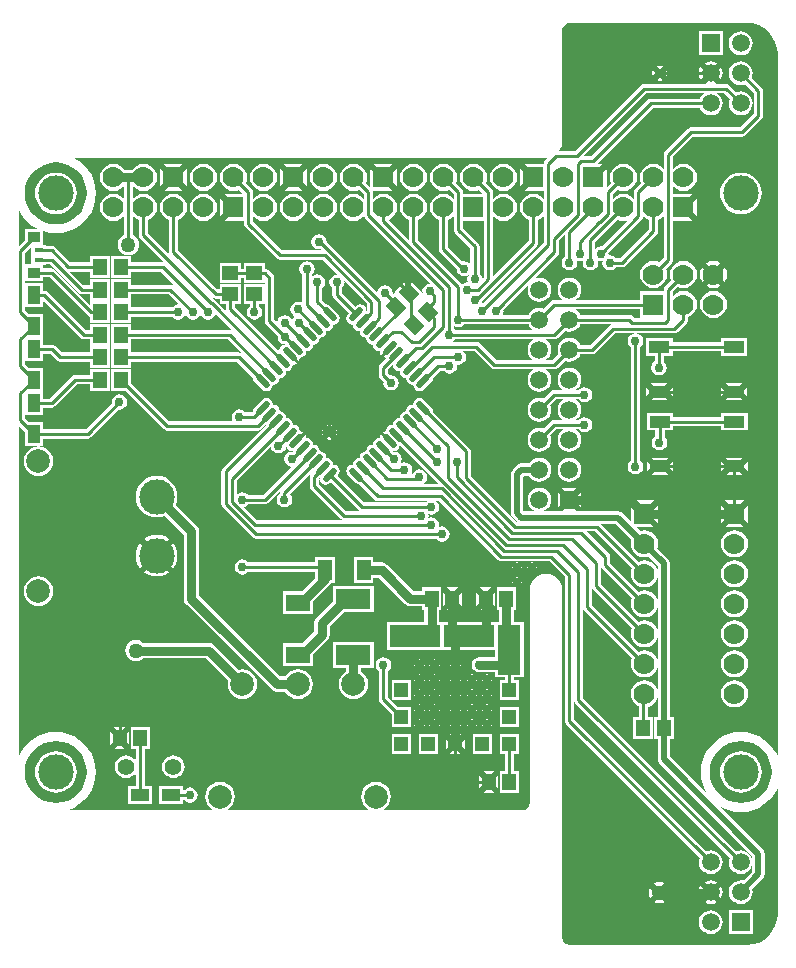
<source format=gtl>
G04 Layer_Physical_Order=1*
G04 Layer_Color=255*
%FSLAX25Y25*%
%MOIN*%
G70*
G01*
G75*
%ADD10R,0.05315X0.04528*%
G04:AMPARAMS|DCode=11|XSize=21.65mil|YSize=57.09mil|CornerRadius=0mil|HoleSize=0mil|Usage=FLASHONLY|Rotation=315.000|XOffset=0mil|YOffset=0mil|HoleType=Round|Shape=Round|*
%AMOVALD11*
21,1,0.03543,0.02165,0.00000,0.00000,45.0*
1,1,0.02165,-0.01253,-0.01253*
1,1,0.02165,0.01253,0.01253*
%
%ADD11OVALD11*%

G04:AMPARAMS|DCode=12|XSize=21.65mil|YSize=57.09mil|CornerRadius=0mil|HoleSize=0mil|Usage=FLASHONLY|Rotation=225.000|XOffset=0mil|YOffset=0mil|HoleType=Round|Shape=Round|*
%AMOVALD12*
21,1,0.03543,0.02165,0.00000,0.00000,315.0*
1,1,0.02165,-0.01253,0.01253*
1,1,0.02165,0.01253,-0.01253*
%
%ADD12OVALD12*%

%ADD13R,0.06693X0.03937*%
%ADD14R,0.04528X0.05315*%
%ADD15R,0.04528X0.06890*%
%ADD16R,0.04500X0.04500*%
%ADD17R,0.16500X0.07500*%
%ADD18R,0.07500X0.16500*%
%ADD19R,0.03937X0.05906*%
G04:AMPARAMS|DCode=20|XSize=55.12mil|YSize=45.28mil|CornerRadius=0mil|HoleSize=0mil|Usage=FLASHONLY|Rotation=315.000|XOffset=0mil|YOffset=0mil|HoleType=Round|Shape=Rectangle|*
%AMROTATEDRECTD20*
4,1,4,-0.03550,0.00348,-0.00348,0.03550,0.03550,-0.00348,0.00348,-0.03550,-0.03550,0.00348,0.0*
%
%ADD20ROTATEDRECTD20*%

%ADD21R,0.03150X0.01575*%
%ADD22R,0.03937X0.03543*%
%ADD23R,0.11614X0.06614*%
%ADD24R,0.04528X0.05512*%
%ADD25R,0.05906X0.03937*%
%ADD26R,0.08268X0.05512*%
%ADD27C,0.03000*%
%ADD28C,0.01000*%
%ADD29C,0.02000*%
%ADD30C,0.11811*%
%ADD31C,0.07874*%
%ADD32C,0.07000*%
%ADD33R,0.07000X0.07000*%
%ADD34R,0.05906X0.05906*%
%ADD35C,0.05906*%
%ADD36R,0.07000X0.07000*%
%ADD37C,0.05512*%
%ADD38C,0.01500*%
%ADD39C,0.03000*%
%ADD40C,0.05000*%
G36*
X209791Y199184D02*
X210731Y198463D01*
X211471Y198156D01*
Y195133D01*
X201867Y185529D01*
X200485D01*
X200302Y185802D01*
X199476Y186355D01*
X198500Y186549D01*
X197937Y186437D01*
X198049Y187000D01*
X197985Y187322D01*
X209081Y198419D01*
X209413Y198915D01*
X209529Y199500D01*
Y199525D01*
X209791Y199184D01*
D02*
G37*
G36*
X201825Y198010D02*
X203000Y197855D01*
X204175Y198010D01*
X204468Y198131D01*
X195822Y189485D01*
X195500Y189549D01*
X194525Y189355D01*
X193698Y188802D01*
X193529Y188551D01*
Y190760D01*
X201085Y198316D01*
X201825Y198010D01*
D02*
G37*
G36*
X146471Y195000D02*
X146587Y194415D01*
X146919Y193919D01*
X151971Y188866D01*
Y183551D01*
X151802Y183802D01*
X150976Y184355D01*
X150000Y184549D01*
X149261Y184402D01*
X144529Y189134D01*
Y198156D01*
X145269Y198463D01*
X146209Y199184D01*
X146471Y199525D01*
Y195000D01*
D02*
G37*
G36*
X176471Y190633D02*
X156322Y170485D01*
X156000Y170549D01*
X155851Y170519D01*
X155855Y170525D01*
X156049Y171500D01*
X156039Y171548D01*
X174081Y189590D01*
X174413Y190086D01*
X174529Y190672D01*
Y198156D01*
X175269Y198463D01*
X176209Y199184D01*
X176471Y199525D01*
Y190633D01*
D02*
G37*
G36*
X156471Y179133D02*
X156014Y178677D01*
X155855Y179475D01*
X155302Y180302D01*
X155029Y180485D01*
Y189500D01*
X154932Y189988D01*
X154913Y190085D01*
X154581Y190581D01*
X149529Y195633D01*
Y197894D01*
X156471D01*
Y179133D01*
D02*
G37*
G36*
X189587Y68651D02*
X189919Y68155D01*
X205922Y52151D01*
X205616Y51411D01*
X205461Y50236D01*
X205616Y49062D01*
X206069Y47967D01*
X206791Y47027D01*
X207731Y46306D01*
X208825Y45852D01*
X210000Y45697D01*
X211175Y45852D01*
X212269Y46306D01*
X213209Y47027D01*
X213931Y47967D01*
X214384Y49062D01*
X214406Y49225D01*
Y41247D01*
X214384Y41411D01*
X213931Y42506D01*
X213209Y43446D01*
X212269Y44167D01*
X211175Y44620D01*
X210000Y44775D01*
X208825Y44620D01*
X207731Y44167D01*
X206791Y43446D01*
X206069Y42506D01*
X205616Y41411D01*
X205461Y40236D01*
X205616Y39061D01*
X206069Y37967D01*
X206791Y37027D01*
X207731Y36305D01*
X208026Y36183D01*
Y32658D01*
X206291D01*
Y25343D01*
X212819D01*
Y32658D01*
X211085D01*
Y35840D01*
X211175Y35852D01*
X212269Y36305D01*
X213209Y37027D01*
X213931Y37967D01*
X214384Y39061D01*
X214406Y39225D01*
Y32658D01*
X213181D01*
Y25343D01*
X214406D01*
Y18555D01*
X214561Y17775D01*
X215003Y17113D01*
X245961Y-13845D01*
Y-14756D01*
X245579Y-13833D01*
X244945Y-13008D01*
X244119Y-12374D01*
X243158Y-11976D01*
X242126Y-11840D01*
X241094Y-11976D01*
X240630Y-12168D01*
X189529Y38933D01*
Y68941D01*
X189587Y68651D01*
D02*
G37*
G36*
X195587Y82651D02*
X195919Y82155D01*
X205922Y72151D01*
X205616Y71411D01*
X205461Y70236D01*
X205616Y69061D01*
X206069Y67967D01*
X206791Y67027D01*
X207731Y66306D01*
X208825Y65852D01*
X210000Y65697D01*
X211175Y65852D01*
X212269Y66306D01*
X213209Y67027D01*
X213931Y67967D01*
X214384Y69061D01*
X214406Y69225D01*
Y61247D01*
X214384Y61411D01*
X213931Y62506D01*
X213209Y63446D01*
X212269Y64167D01*
X211175Y64620D01*
X210000Y64775D01*
X208825Y64620D01*
X208085Y64314D01*
X195529Y76870D01*
Y82941D01*
X195587Y82651D01*
D02*
G37*
G36*
X205922Y82151D02*
X205616Y81411D01*
X205461Y80236D01*
X205616Y79062D01*
X206069Y77967D01*
X206791Y77027D01*
X207731Y76306D01*
X208825Y75852D01*
X210000Y75697D01*
X211175Y75852D01*
X212269Y76306D01*
X213209Y77027D01*
X213931Y77967D01*
X214384Y79062D01*
X214406Y79225D01*
Y71247D01*
X214384Y71411D01*
X213931Y72506D01*
X213209Y73446D01*
X212269Y74167D01*
X211175Y74620D01*
X210000Y74775D01*
X208825Y74620D01*
X208085Y74314D01*
X198529Y83870D01*
Y86000D01*
X198413Y86585D01*
X198081Y87081D01*
X190692Y94471D01*
X193603D01*
X205922Y82151D01*
D02*
G37*
G36*
X1883Y201025D02*
X2977Y199238D01*
X4338Y197645D01*
X5931Y196284D01*
X7718Y195190D01*
X7748Y195177D01*
X3531D01*
Y191600D01*
X1529Y189598D01*
Y201878D01*
X1883Y201025D01*
D02*
G37*
G36*
X15791Y217199D02*
X17725Y216612D01*
X19508Y215660D01*
X21070Y214377D01*
X22353Y212815D01*
X23305Y211032D01*
X23892Y209098D01*
X24090Y207087D01*
X23892Y205075D01*
X23305Y203141D01*
X22353Y201358D01*
X21070Y199796D01*
X19508Y198514D01*
X17725Y197561D01*
X15791Y196974D01*
X13780Y196776D01*
X11768Y196974D01*
X9834Y197561D01*
X8051Y198514D01*
X6489Y199796D01*
X5206Y201358D01*
X4254Y203141D01*
X3667Y205075D01*
X3469Y207087D01*
X3667Y209098D01*
X4254Y211032D01*
X5206Y212815D01*
X6489Y214377D01*
X8051Y215660D01*
X9834Y216612D01*
X11768Y217199D01*
X13780Y217397D01*
X15791Y217199D01*
D02*
G37*
G36*
X128520Y123271D02*
X141505Y110287D01*
X136188D01*
X136802Y110698D01*
X137355Y111524D01*
X137549Y112500D01*
X137355Y113476D01*
X136802Y114302D01*
X135976Y114855D01*
X135000Y115049D01*
X134025Y114855D01*
X133198Y114302D01*
X132681Y113529D01*
X132024D01*
X132355Y114024D01*
X132549Y115000D01*
X132355Y115975D01*
X131802Y116802D01*
X130975Y117355D01*
X130000Y117549D01*
X129025Y117355D01*
X128596Y117069D01*
X128901Y117525D01*
X129095Y118500D01*
X128901Y119475D01*
X128348Y120302D01*
X127521Y120855D01*
X126546Y121049D01*
X126228Y120986D01*
X126213Y121060D01*
X126342Y121034D01*
X127155Y121196D01*
X127844Y121656D01*
X128304Y122345D01*
X128466Y123158D01*
X128440Y123287D01*
X128520Y123271D01*
D02*
G37*
G36*
X205711Y91641D02*
X205616Y91411D01*
X205461Y90236D01*
X205616Y89061D01*
X206069Y87967D01*
X206791Y87027D01*
X207731Y86305D01*
X208825Y85852D01*
X210000Y85697D01*
X211175Y85852D01*
X211405Y85947D01*
X214406Y82947D01*
Y81247D01*
X214384Y81411D01*
X213931Y82506D01*
X213209Y83446D01*
X212269Y84167D01*
X211175Y84620D01*
X210000Y84775D01*
X208825Y84620D01*
X208085Y84314D01*
X195438Y96961D01*
X200392D01*
X205711Y91641D01*
D02*
G37*
G36*
X90534Y123158D02*
X90696Y122345D01*
X91156Y121656D01*
X91845Y121196D01*
X92658Y121034D01*
X92787Y121060D01*
X92772Y120986D01*
X92454Y121049D01*
X91479Y120855D01*
X90652Y120302D01*
X90099Y119475D01*
X89905Y118500D01*
X90099Y117525D01*
X90652Y116698D01*
X91479Y116145D01*
X92239Y115994D01*
X82775Y106529D01*
X77985D01*
X77802Y106802D01*
X76976Y107355D01*
X76000Y107549D01*
X75024Y107355D01*
X74198Y106802D01*
X74029Y106551D01*
Y111275D01*
X85494Y122739D01*
X85645Y121979D01*
X86198Y121152D01*
X87024Y120599D01*
X88000Y120405D01*
X88976Y120599D01*
X89802Y121152D01*
X90355Y121979D01*
X90549Y122954D01*
X90486Y123272D01*
X90560Y123287D01*
X90534Y123158D01*
D02*
G37*
G36*
X101670Y112022D02*
X101831Y111209D01*
X102292Y110520D01*
X102980Y110060D01*
X103793Y109898D01*
X104606Y110060D01*
X105295Y110520D01*
X105466Y110692D01*
X114739Y101419D01*
X115235Y101087D01*
X115525Y101029D01*
X110634D01*
X101529Y110134D01*
Y112050D01*
X101615Y112135D01*
X101695Y112151D01*
X101670Y112022D01*
D02*
G37*
G36*
X97225Y116525D02*
X88919Y108219D01*
X88587Y107723D01*
X88471Y107137D01*
Y106985D01*
X88198Y106802D01*
X87645Y105975D01*
X87451Y105000D01*
X87645Y104025D01*
X88198Y103198D01*
X89025Y102645D01*
X90000Y102451D01*
X90975Y102645D01*
X91802Y103198D01*
X92355Y104025D01*
X92549Y105000D01*
X92355Y105975D01*
X91813Y106787D01*
X99388Y114363D01*
X99468Y114378D01*
X99452Y114298D01*
X98919Y113765D01*
X98587Y113268D01*
X98471Y112683D01*
Y109500D01*
X98587Y108915D01*
X98919Y108419D01*
X108919Y98419D01*
X109415Y98087D01*
X109704Y98029D01*
X80891D01*
X76391Y102529D01*
X76976Y102645D01*
X77802Y103198D01*
X77985Y103471D01*
X83408D01*
X83994Y103587D01*
X84490Y103919D01*
X97161Y116590D01*
X97241Y116605D01*
X97225Y116525D01*
D02*
G37*
G36*
X208500Y165529D02*
X206633D01*
X206081Y166081D01*
X205585Y166413D01*
X205000Y166529D01*
X188645D01*
X188453Y166993D01*
X187819Y167819D01*
X186993Y168453D01*
X186950Y168471D01*
X208500D01*
Y165529D01*
D02*
G37*
G36*
X117471Y170367D02*
Y167950D01*
X117385Y167865D01*
X117305Y167849D01*
X117330Y167978D01*
X117169Y168791D01*
X116709Y169480D01*
X116020Y169940D01*
X115207Y170101D01*
X114394Y169940D01*
X113705Y169480D01*
X113534Y169308D01*
X109029Y173813D01*
Y175515D01*
X109302Y175698D01*
X109855Y176524D01*
X110049Y177500D01*
X109977Y177860D01*
X117471Y170367D01*
D02*
G37*
G36*
X171547Y163007D02*
X172181Y162181D01*
X173007Y161547D01*
X173050Y161529D01*
X146985D01*
X146802Y161802D01*
X146529Y161985D01*
Y162976D01*
X147025Y162645D01*
X148000Y162451D01*
X148976Y162645D01*
X149802Y163198D01*
X149985Y163471D01*
X171355D01*
X171547Y163007D01*
D02*
G37*
G36*
X173007Y158453D02*
X172181Y157819D01*
X171547Y156993D01*
X171149Y156032D01*
X171013Y155000D01*
X171149Y153968D01*
X171547Y153007D01*
X172181Y152181D01*
X173007Y151547D01*
X173050Y151529D01*
X160634D01*
X155081Y157081D01*
X154585Y157413D01*
X154000Y157529D01*
X145394D01*
X145975Y157645D01*
X146802Y158198D01*
X146985Y158471D01*
X173050D01*
X173007Y158453D01*
D02*
G37*
G36*
X199012Y163432D02*
X198915Y163413D01*
X198419Y163081D01*
X191867Y156529D01*
X188645D01*
X188453Y156993D01*
X187819Y157819D01*
X186993Y158453D01*
X186032Y158851D01*
X185000Y158987D01*
X183968Y158851D01*
X183007Y158453D01*
X182181Y157819D01*
X181547Y156993D01*
X181149Y156032D01*
X181013Y155000D01*
X181149Y153968D01*
X181341Y153504D01*
X179367Y151529D01*
X176950D01*
X176993Y151547D01*
X177819Y152181D01*
X178453Y153007D01*
X178851Y153968D01*
X178987Y155000D01*
X178851Y156032D01*
X178453Y156993D01*
X177819Y157819D01*
X176993Y158453D01*
X176950Y158471D01*
X180000D01*
X180585Y158587D01*
X181081Y158919D01*
X183504Y161341D01*
X183968Y161149D01*
X185000Y161013D01*
X186032Y161149D01*
X186993Y161547D01*
X187819Y162181D01*
X188453Y163007D01*
X188645Y163471D01*
X199205D01*
X199012Y163432D01*
D02*
G37*
G36*
X229307Y239906D02*
X228673Y239080D01*
X228481Y238616D01*
X212087D01*
X211501Y238500D01*
X211005Y238168D01*
X192367Y219529D01*
X189692D01*
X210633Y240471D01*
X230043D01*
X229307Y239906D01*
D02*
G37*
G36*
X192587Y75651D02*
X192919Y75155D01*
X205922Y62151D01*
X205616Y61411D01*
X205461Y60236D01*
X205616Y59061D01*
X206069Y57967D01*
X206791Y57027D01*
X207731Y56305D01*
X208825Y55852D01*
X210000Y55697D01*
X211175Y55852D01*
X212269Y56305D01*
X213209Y57027D01*
X213931Y57967D01*
X214384Y59061D01*
X214406Y59225D01*
Y51247D01*
X214384Y51411D01*
X213931Y52506D01*
X213209Y53446D01*
X212269Y54167D01*
X211175Y54620D01*
X210000Y54775D01*
X208825Y54620D01*
X208085Y54314D01*
X192529Y69870D01*
Y75941D01*
X192587Y75651D01*
D02*
G37*
G36*
X244139Y24292D02*
X246074Y23705D01*
X247858Y22752D01*
X249421Y21469D01*
X250705Y19905D01*
X251658Y18122D01*
X252245Y16186D01*
X252443Y14173D01*
X252245Y12160D01*
X251658Y10225D01*
X250705Y8441D01*
X249421Y6878D01*
X247858Y5595D01*
X246074Y4641D01*
X244139Y4054D01*
X242126Y3856D01*
X240113Y4054D01*
X238178Y4641D01*
X236394Y5595D01*
X234831Y6878D01*
X233547Y8441D01*
X232594Y10225D01*
X232007Y12160D01*
X231809Y14173D01*
X232007Y16186D01*
X232594Y18122D01*
X233547Y19905D01*
X234831Y21469D01*
X236394Y22752D01*
X238178Y23705D01*
X240113Y24292D01*
X242126Y24490D01*
X244139Y24292D01*
D02*
G37*
G36*
X15792D02*
X17728Y23705D01*
X19512Y22752D01*
X21075Y21469D01*
X22358Y19905D01*
X23311Y18122D01*
X23899Y16186D01*
X24097Y14173D01*
X23899Y12160D01*
X23311Y10225D01*
X22358Y8441D01*
X21075Y6878D01*
X19512Y5595D01*
X17728Y4641D01*
X15792Y4054D01*
X13780Y3856D01*
X11767Y4054D01*
X9831Y4641D01*
X8048Y5595D01*
X6484Y6878D01*
X5201Y8441D01*
X4248Y10225D01*
X3661Y12160D01*
X3462Y14173D01*
X3661Y16186D01*
X4248Y18122D01*
X5201Y19905D01*
X6484Y21469D01*
X8048Y22752D01*
X9831Y23705D01*
X11767Y24292D01*
X13780Y24490D01*
X15792Y24292D01*
D02*
G37*
G36*
X246111Y263735D02*
X248046Y263148D01*
X249828Y262195D01*
X251391Y260913D01*
X252673Y259350D01*
X253626Y257568D01*
X254213Y255633D01*
X254399Y253738D01*
X254376Y253622D01*
Y19399D01*
X254029Y20238D01*
X252933Y22025D01*
X251572Y23619D01*
X249978Y24981D01*
X248191Y26076D01*
X246254Y26878D01*
X244216Y27367D01*
X242126Y27532D01*
X240036Y27367D01*
X237998Y26878D01*
X236061Y26076D01*
X234274Y24981D01*
X232680Y23619D01*
X231318Y22025D01*
X230223Y20238D01*
X229421Y18301D01*
X228932Y16263D01*
X228767Y14173D01*
X228932Y12083D01*
X229421Y10045D01*
X230223Y8108D01*
X230932Y6952D01*
X218484Y19400D01*
Y25343D01*
X219709D01*
Y32658D01*
X218484D01*
Y83791D01*
X218484Y83791D01*
X218329Y84572D01*
X217887Y85233D01*
X214289Y88831D01*
X214384Y89061D01*
X214539Y90236D01*
X214384Y91411D01*
X213931Y92506D01*
X213209Y93446D01*
X212269Y94167D01*
X211175Y94620D01*
X210000Y94775D01*
X208825Y94620D01*
X208595Y94525D01*
X207384Y95736D01*
X213086D01*
X209293Y99529D01*
X205500Y103322D01*
Y97620D01*
X202678Y100442D01*
X202017Y100884D01*
X201236Y101039D01*
X175198D01*
X176032Y101149D01*
X176993Y101547D01*
X177819Y102181D01*
X178453Y103007D01*
X178851Y103968D01*
X178987Y105000D01*
X178851Y106032D01*
X178453Y106993D01*
X177819Y107819D01*
X176993Y108453D01*
X176032Y108851D01*
X175000Y108987D01*
X173968Y108851D01*
X173007Y108453D01*
X172181Y107819D01*
X171547Y106993D01*
X171149Y106032D01*
X171013Y105000D01*
X171149Y103968D01*
X171547Y103007D01*
X172181Y102181D01*
X173007Y101547D01*
X173968Y101149D01*
X174802Y101039D01*
X169845D01*
X169539Y101345D01*
Y112655D01*
X169845Y112961D01*
X171582D01*
X172181Y112181D01*
X173007Y111547D01*
X173968Y111149D01*
X175000Y111013D01*
X176032Y111149D01*
X176993Y111547D01*
X177819Y112181D01*
X178453Y113007D01*
X178851Y113968D01*
X178987Y115000D01*
X178851Y116032D01*
X178453Y116993D01*
X177819Y117819D01*
X176993Y118453D01*
X176032Y118851D01*
X175000Y118987D01*
X173968Y118851D01*
X173007Y118453D01*
X172181Y117819D01*
X171582Y117039D01*
X169000D01*
X168220Y116884D01*
X167558Y116442D01*
X166058Y114942D01*
X165616Y114280D01*
X165461Y113500D01*
Y100500D01*
X165616Y99720D01*
X166058Y99058D01*
X167558Y97558D01*
X167601Y97529D01*
X167462D01*
X152029Y112962D01*
Y121271D01*
X151932Y121759D01*
X151913Y121856D01*
X151581Y122353D01*
X139592Y134342D01*
X139440Y135106D01*
X138980Y135795D01*
X136474Y138300D01*
X135785Y138760D01*
X134973Y138922D01*
X134160Y138760D01*
X133471Y138300D01*
X133011Y137611D01*
X132849Y136799D01*
X132875Y136669D01*
X132745Y136695D01*
X131933Y136533D01*
X131244Y136073D01*
X130784Y135384D01*
X130622Y134571D01*
X130648Y134442D01*
X130518Y134468D01*
X129706Y134306D01*
X129017Y133846D01*
X128557Y133157D01*
X128395Y132344D01*
X128421Y132215D01*
X128291Y132241D01*
X127479Y132079D01*
X126790Y131619D01*
X126329Y130930D01*
X126168Y130117D01*
X126193Y129988D01*
X126064Y130014D01*
X125251Y129852D01*
X124563Y129392D01*
X124102Y128703D01*
X123941Y127890D01*
X123966Y127761D01*
X123837Y127787D01*
X123024Y127625D01*
X122336Y127164D01*
X121875Y126476D01*
X121713Y125663D01*
X121739Y125534D01*
X121610Y125559D01*
X120797Y125398D01*
X120108Y124937D01*
X119648Y124249D01*
X119486Y123436D01*
X119512Y123307D01*
X119383Y123332D01*
X118570Y123171D01*
X117881Y122710D01*
X117421Y122021D01*
X117259Y121209D01*
X117285Y121079D01*
X117156Y121105D01*
X116343Y120943D01*
X115654Y120483D01*
X115194Y119794D01*
X115032Y118982D01*
X115058Y118852D01*
X114929Y118878D01*
X114116Y118716D01*
X113427Y118256D01*
X112967Y117567D01*
X112805Y116754D01*
X112831Y116625D01*
X112701Y116651D01*
X111889Y116489D01*
X111200Y116029D01*
X110740Y115340D01*
X110578Y114527D01*
X110740Y113715D01*
X111200Y113026D01*
X113705Y110520D01*
X114394Y110060D01*
X115158Y109908D01*
X120062Y105004D01*
X120558Y104673D01*
X121143Y104556D01*
X137578D01*
X137198Y104302D01*
X137015Y104029D01*
X116454D01*
X107629Y112855D01*
X107800Y113026D01*
X108260Y113715D01*
X108422Y114527D01*
X108260Y115340D01*
X107800Y116029D01*
X107111Y116489D01*
X106298Y116651D01*
X106169Y116625D01*
X106195Y116754D01*
X106033Y117567D01*
X105573Y118256D01*
X104884Y118716D01*
X104071Y118878D01*
X103942Y118852D01*
X103968Y118982D01*
X103806Y119794D01*
X103346Y120483D01*
X102657Y120943D01*
X101844Y121105D01*
X101715Y121079D01*
X101741Y121209D01*
X101579Y122021D01*
X101119Y122710D01*
X100430Y123171D01*
X99617Y123332D01*
X99488Y123307D01*
X99514Y123436D01*
X99352Y124249D01*
X98892Y124937D01*
X98203Y125398D01*
X97390Y125559D01*
X97261Y125534D01*
X97286Y125663D01*
X97125Y126476D01*
X96665Y127164D01*
X95976Y127625D01*
X95163Y127786D01*
X95034Y127761D01*
X95059Y127890D01*
X94898Y128703D01*
X94437Y129392D01*
X93748Y129852D01*
X92936Y130014D01*
X92807Y129988D01*
X92832Y130117D01*
X92671Y130930D01*
X92210Y131619D01*
X91521Y132079D01*
X90709Y132241D01*
X90579Y132215D01*
X90605Y132344D01*
X90443Y133157D01*
X89983Y133846D01*
X89294Y134306D01*
X88482Y134468D01*
X88352Y134442D01*
X88378Y134571D01*
X88216Y135384D01*
X87756Y136073D01*
X87067Y136533D01*
X86255Y136695D01*
X86125Y136669D01*
X86151Y136799D01*
X85989Y137611D01*
X85529Y138300D01*
X84840Y138760D01*
X84027Y138922D01*
X83215Y138760D01*
X82526Y138300D01*
X80020Y135795D01*
X79560Y135106D01*
X79408Y134342D01*
X79095Y134029D01*
X76985D01*
X76802Y134302D01*
X75976Y134855D01*
X75000Y135049D01*
X74024Y134855D01*
X73198Y134302D01*
X72645Y133475D01*
X72451Y132500D01*
X72645Y131525D01*
X72976Y131029D01*
X51578D01*
X38709Y143899D01*
Y148658D01*
X32181D01*
Y141342D01*
X36939D01*
X49863Y128419D01*
X50360Y128087D01*
X50945Y127971D01*
X81183D01*
X81768Y128087D01*
X82265Y128419D01*
X83798Y129952D01*
X83878Y129968D01*
X83863Y129888D01*
X69419Y115444D01*
X69087Y114948D01*
X68971Y114363D01*
Y103429D01*
X69087Y102844D01*
X69419Y102348D01*
X79347Y92419D01*
X79844Y92087D01*
X80429Y91971D01*
X140515D01*
X140698Y91698D01*
X141525Y91145D01*
X142500Y90951D01*
X143475Y91145D01*
X144302Y91698D01*
X144855Y92524D01*
X145049Y93500D01*
X144855Y94476D01*
X144302Y95302D01*
X143475Y95855D01*
X142500Y96049D01*
X141525Y95855D01*
X141405Y95775D01*
X141549Y96500D01*
X141355Y97475D01*
X140802Y98302D01*
X139976Y98855D01*
X139000Y99049D01*
X138024Y98855D01*
X137905Y98775D01*
X138049Y99500D01*
X137905Y100225D01*
X138024Y100145D01*
X139000Y99951D01*
X139976Y100145D01*
X140802Y100698D01*
X141355Y101524D01*
X141549Y102500D01*
X141355Y103475D01*
X140802Y104302D01*
X140422Y104556D01*
X141578D01*
X161216Y84919D01*
X161712Y84587D01*
X162297Y84471D01*
X178366D01*
X183471Y79366D01*
Y31299D01*
X183587Y30714D01*
X183919Y30218D01*
X228467Y-14331D01*
X228275Y-14795D01*
X228139Y-15827D01*
X228275Y-16859D01*
X228673Y-17820D01*
X229307Y-18646D01*
X230133Y-19279D01*
X231094Y-19678D01*
X232126Y-19814D01*
X233158Y-19678D01*
X234119Y-19279D01*
X234945Y-18646D01*
X235579Y-17820D01*
X235977Y-16859D01*
X236113Y-15827D01*
X235977Y-14795D01*
X235579Y-13833D01*
X234945Y-13008D01*
X234119Y-12374D01*
X233158Y-11976D01*
X232126Y-11840D01*
X231094Y-11976D01*
X230630Y-12168D01*
X186529Y31933D01*
Y38004D01*
X186587Y37714D01*
X186919Y37218D01*
X238467Y-14331D01*
X238275Y-14795D01*
X238139Y-15827D01*
X238275Y-16859D01*
X238673Y-17820D01*
X239307Y-18646D01*
X240132Y-19279D01*
X241094Y-19678D01*
X242126Y-19814D01*
X243158Y-19678D01*
X244119Y-19279D01*
X244945Y-18646D01*
X245579Y-17820D01*
X245961Y-16898D01*
Y-19108D01*
X243101Y-21968D01*
X242126Y-21840D01*
X241094Y-21976D01*
X240132Y-22374D01*
X239307Y-23008D01*
X238673Y-23833D01*
X238275Y-24795D01*
X238139Y-25827D01*
X238275Y-26859D01*
X238673Y-27820D01*
X239307Y-28646D01*
X240132Y-29280D01*
X241094Y-29678D01*
X242126Y-29814D01*
X243158Y-29678D01*
X244119Y-29280D01*
X244945Y-28646D01*
X245579Y-27820D01*
X245977Y-26859D01*
X246113Y-25827D01*
X245985Y-24852D01*
X249442Y-21395D01*
X249884Y-20733D01*
X250039Y-19953D01*
Y-13000D01*
X249884Y-12220D01*
X249442Y-11558D01*
X234905Y2979D01*
X236061Y2270D01*
X237998Y1468D01*
X240036Y979D01*
X242126Y814D01*
X244216Y979D01*
X246254Y1468D01*
X248191Y2270D01*
X249978Y3366D01*
X251572Y4727D01*
X252933Y6321D01*
X254029Y8108D01*
X254376Y8947D01*
Y-33150D01*
X254396Y-33247D01*
X254207Y-35161D01*
X253620Y-37095D01*
X252667Y-38878D01*
X251385Y-40440D01*
X249823Y-41723D01*
X248040Y-42675D01*
X246106Y-43262D01*
X244192Y-43451D01*
X244094Y-43431D01*
X185039D01*
X184974Y-43444D01*
X184108Y-43272D01*
X183318Y-42745D01*
X182791Y-41955D01*
X182619Y-41089D01*
X182632Y-41024D01*
Y74803D01*
X182649D01*
X182462Y76222D01*
X181915Y77545D01*
X181043Y78681D01*
X179907Y79552D01*
X178585Y80100D01*
X177165Y80287D01*
X175746Y80100D01*
X174423Y79552D01*
X173288Y78681D01*
X172416Y77545D01*
X171868Y76222D01*
X171681Y74803D01*
X171699D01*
Y3937D01*
X171712Y3871D01*
X171540Y3006D01*
X171012Y2216D01*
X170223Y1688D01*
X169357Y1516D01*
X169291Y1529D01*
X122608D01*
X122990Y1688D01*
X124021Y2479D01*
X124812Y3510D01*
X125310Y4711D01*
X125480Y6000D01*
X125310Y7289D01*
X124812Y8490D01*
X124021Y9521D01*
X122990Y10312D01*
X121789Y10810D01*
X120500Y10980D01*
X119211Y10810D01*
X118010Y10312D01*
X116979Y9521D01*
X116188Y8490D01*
X115690Y7289D01*
X115520Y6000D01*
X115690Y4711D01*
X116188Y3510D01*
X116979Y2479D01*
X118010Y1688D01*
X118392Y1529D01*
X70608D01*
X70990Y1688D01*
X72021Y2479D01*
X72812Y3510D01*
X73310Y4711D01*
X73480Y6000D01*
X73310Y7289D01*
X72812Y8490D01*
X72021Y9521D01*
X70990Y10312D01*
X69789Y10810D01*
X68500Y10980D01*
X67211Y10810D01*
X66010Y10312D01*
X64979Y9521D01*
X64188Y8490D01*
X63690Y7289D01*
X63520Y6000D01*
X63690Y4711D01*
X64188Y3510D01*
X64979Y2479D01*
X66010Y1688D01*
X66392Y1529D01*
X18055D01*
X19844Y2270D01*
X21632Y3366D01*
X23226Y4727D01*
X24587Y6321D01*
X25682Y8108D01*
X26485Y10045D01*
X26974Y12083D01*
X27138Y14173D01*
X26974Y16263D01*
X26485Y18301D01*
X25682Y20238D01*
X24587Y22025D01*
X23226Y23619D01*
X21632Y24981D01*
X19844Y26076D01*
X17908Y26878D01*
X15869Y27367D01*
X13780Y27532D01*
X11690Y27367D01*
X9651Y26878D01*
X7715Y26076D01*
X5927Y24981D01*
X4333Y23619D01*
X2972Y22025D01*
X1877Y20238D01*
X1529Y19399D01*
Y129690D01*
X3531Y127688D01*
Y122929D01*
X9469D01*
Y125353D01*
X24382D01*
X24967Y125469D01*
X25463Y125801D01*
X34678Y135015D01*
X35000Y134951D01*
X35976Y135145D01*
X36802Y135698D01*
X37355Y136524D01*
X37549Y137500D01*
X37355Y138476D01*
X36802Y139302D01*
X35976Y139855D01*
X35000Y140049D01*
X34025Y139855D01*
X33198Y139302D01*
X32645Y138476D01*
X32451Y137500D01*
X32515Y137178D01*
X23748Y128411D01*
X9469D01*
Y130835D01*
X4710D01*
X3529Y132015D01*
Y139748D01*
X3531Y139751D01*
Y133165D01*
X9469D01*
Y135589D01*
X12382D01*
X12967Y135705D01*
X13463Y136037D01*
X20897Y143471D01*
X25291D01*
Y141342D01*
X31819D01*
Y148658D01*
X25291D01*
Y146529D01*
X20264D01*
X19679Y146413D01*
X19182Y146081D01*
X11748Y138647D01*
X9469D01*
Y140929D01*
Y148835D01*
X4710D01*
X3529Y150015D01*
Y157748D01*
X3531Y157750D01*
Y151165D01*
X9469D01*
Y153589D01*
X11867D01*
X14037Y151419D01*
X14533Y151087D01*
X15118Y150971D01*
X25291D01*
Y148843D01*
X31819D01*
Y156158D01*
X25291D01*
Y154029D01*
X15752D01*
X13581Y156200D01*
X13085Y156531D01*
X12500Y156648D01*
X9469D01*
Y158929D01*
Y166835D01*
X4710D01*
X3529Y168015D01*
Y187272D01*
X5500Y189243D01*
Y186287D01*
Y183366D01*
X3531D01*
Y177823D01*
X9469D01*
Y179065D01*
X11772D01*
X24419Y166419D01*
X24915Y166087D01*
X25291Y166012D01*
Y163842D01*
X31819D01*
Y171158D01*
X25291D01*
Y169872D01*
X13487Y181676D01*
X12991Y182008D01*
X12405Y182124D01*
X9469D01*
Y183138D01*
X10650D01*
Y183396D01*
X11792D01*
X21269Y173919D01*
X21765Y173587D01*
X22350Y173471D01*
X25291D01*
Y171343D01*
X31819D01*
Y178657D01*
X25291D01*
Y176529D01*
X22984D01*
X18543Y180971D01*
X25291D01*
Y178842D01*
X31819D01*
Y186158D01*
X25291D01*
Y184029D01*
X18633D01*
X13507Y189156D01*
X13011Y189488D01*
X12425Y189604D01*
X10650D01*
Y189862D01*
X9469D01*
Y194465D01*
X9653Y194388D01*
X11691Y193899D01*
X13780Y193734D01*
X15868Y193899D01*
X17906Y194388D01*
X19841Y195190D01*
X21628Y196284D01*
X23221Y197645D01*
X24582Y199238D01*
X25676Y201025D01*
X26478Y202961D01*
X26967Y204998D01*
X27132Y207087D01*
X26967Y209175D01*
X26478Y211213D01*
X25676Y213148D01*
X24582Y214935D01*
X23221Y216528D01*
X21628Y217889D01*
X19907Y218943D01*
X177132D01*
X177362Y218989D01*
X177896Y219059D01*
X176919Y218081D01*
X176587Y217585D01*
X176471Y217000D01*
Y216894D01*
X169914D01*
X173707Y213101D01*
X173000Y212394D01*
X173707Y211687D01*
X169914Y207894D01*
X176471D01*
Y205263D01*
X176209Y205603D01*
X175269Y206324D01*
X174175Y206778D01*
X173000Y206932D01*
X171825Y206778D01*
X170731Y206324D01*
X169791Y205603D01*
X169069Y204663D01*
X168616Y203568D01*
X168461Y202394D01*
X168616Y201219D01*
X169069Y200124D01*
X169791Y199184D01*
X170731Y198463D01*
X171471Y198156D01*
Y191305D01*
X159529Y179364D01*
Y199525D01*
X159791Y199184D01*
X160731Y198463D01*
X161825Y198010D01*
X163000Y197855D01*
X164175Y198010D01*
X165269Y198463D01*
X166209Y199184D01*
X166931Y200124D01*
X167384Y201219D01*
X167539Y202394D01*
X167384Y203568D01*
X166931Y204663D01*
X166209Y205603D01*
X165269Y206324D01*
X164175Y206778D01*
X163000Y206932D01*
X161825Y206778D01*
X160731Y206324D01*
X159791Y205603D01*
X159529Y205263D01*
Y207394D01*
X159413Y207979D01*
X159081Y208475D01*
X157078Y210479D01*
X157384Y211219D01*
X157539Y212394D01*
X157384Y213568D01*
X156931Y214663D01*
X156209Y215603D01*
X155269Y216324D01*
X154175Y216778D01*
X153000Y216933D01*
X151825Y216778D01*
X150731Y216324D01*
X149791Y215603D01*
X149069Y214663D01*
X148616Y213568D01*
X148461Y212394D01*
X148616Y211219D01*
X149069Y210124D01*
X149791Y209184D01*
X150731Y208463D01*
X151825Y208010D01*
X153000Y207855D01*
X154175Y208010D01*
X154915Y208316D01*
X156337Y206894D01*
X149529D01*
Y207394D01*
X149413Y207979D01*
X149081Y208475D01*
X147078Y210479D01*
X147384Y211219D01*
X147539Y212394D01*
X147384Y213568D01*
X146931Y214663D01*
X146209Y215603D01*
X145269Y216324D01*
X144175Y216778D01*
X143000Y216933D01*
X141825Y216778D01*
X140731Y216324D01*
X139791Y215603D01*
X139069Y214663D01*
X138616Y213568D01*
X138461Y212394D01*
X138616Y211219D01*
X139069Y210124D01*
X139791Y209184D01*
X140731Y208463D01*
X141825Y208010D01*
X143000Y207855D01*
X144175Y208010D01*
X144915Y208316D01*
X146471Y206760D01*
Y205263D01*
X146209Y205603D01*
X145269Y206324D01*
X144175Y206778D01*
X143000Y206932D01*
X141825Y206778D01*
X140731Y206324D01*
X139791Y205603D01*
X139069Y204663D01*
X138616Y203568D01*
X138461Y202394D01*
X138616Y201219D01*
X139069Y200124D01*
X139791Y199184D01*
X140731Y198463D01*
X141471Y198156D01*
Y188500D01*
X141587Y187915D01*
X141919Y187419D01*
X147479Y181858D01*
X147645Y181025D01*
X148198Y180198D01*
X149024Y179645D01*
X150000Y179451D01*
X150976Y179645D01*
X151487Y179987D01*
X151145Y179475D01*
X150951Y178500D01*
X151145Y177524D01*
X151148Y177520D01*
X151000Y177549D01*
X150024Y177355D01*
X149198Y176802D01*
X149175Y176769D01*
X149081Y176910D01*
X134529Y191462D01*
Y198156D01*
X135269Y198463D01*
X136209Y199184D01*
X136931Y200124D01*
X137384Y201219D01*
X137539Y202394D01*
X137384Y203568D01*
X136931Y204663D01*
X136209Y205603D01*
X135269Y206324D01*
X134175Y206778D01*
X133000Y206932D01*
X131825Y206778D01*
X130731Y206324D01*
X129791Y205603D01*
X129069Y204663D01*
X128616Y203568D01*
X128461Y202394D01*
X128616Y201219D01*
X129069Y200124D01*
X129791Y199184D01*
X130731Y198463D01*
X131471Y198156D01*
Y191692D01*
X124867Y198296D01*
X125269Y198463D01*
X126209Y199184D01*
X126931Y200124D01*
X127384Y201219D01*
X127539Y202394D01*
X127384Y203568D01*
X126931Y204663D01*
X126209Y205603D01*
X125269Y206324D01*
X124175Y206778D01*
X123000Y206932D01*
X121825Y206778D01*
X120731Y206324D01*
X119791Y205603D01*
X119529Y205263D01*
Y207394D01*
X119430Y207894D01*
X126086D01*
X122293Y211687D01*
X118500Y215479D01*
Y209057D01*
X117078Y210479D01*
X117384Y211219D01*
X117539Y212394D01*
X117384Y213568D01*
X116931Y214663D01*
X116209Y215603D01*
X115269Y216324D01*
X114175Y216778D01*
X113000Y216933D01*
X111825Y216778D01*
X110731Y216324D01*
X109791Y215603D01*
X109069Y214663D01*
X108616Y213568D01*
X108461Y212394D01*
X108616Y211219D01*
X109069Y210124D01*
X109791Y209184D01*
X110731Y208463D01*
X111825Y208010D01*
X113000Y207855D01*
X114175Y208010D01*
X114915Y208316D01*
X116471Y206760D01*
Y205263D01*
X116209Y205603D01*
X115269Y206324D01*
X114175Y206778D01*
X113000Y206932D01*
X111825Y206778D01*
X110731Y206324D01*
X109791Y205603D01*
X109069Y204663D01*
X108616Y203568D01*
X108461Y202394D01*
X108616Y201219D01*
X109069Y200124D01*
X109791Y199184D01*
X110731Y198463D01*
X111825Y198010D01*
X113000Y197855D01*
X114175Y198010D01*
X115269Y198463D01*
X116209Y199184D01*
X116546Y199622D01*
X116587Y199415D01*
X116919Y198919D01*
X138860Y176977D01*
X138500Y177049D01*
X137524Y176855D01*
X136698Y176302D01*
X136145Y175476D01*
X135951Y174500D01*
X136046Y174024D01*
X132317Y177753D01*
X132317Y174137D01*
X130317D01*
X130317Y177753D01*
X126701Y174137D01*
X126113Y173549D01*
X125985Y173678D01*
X126049Y174000D01*
X125855Y174976D01*
X125302Y175802D01*
X124476Y176355D01*
X123500Y176549D01*
X122524Y176355D01*
X121698Y175802D01*
X121145Y174976D01*
X120958Y174034D01*
X104039Y190952D01*
X104049Y191000D01*
X103855Y191975D01*
X103302Y192802D01*
X102476Y193355D01*
X101500Y193549D01*
X100524Y193355D01*
X99698Y192802D01*
X99145Y191975D01*
X98951Y191000D01*
X99145Y190024D01*
X99698Y189198D01*
X100524Y188645D01*
X101500Y188451D01*
X102096Y188570D01*
X102636Y188029D01*
X89134D01*
X79529Y197634D01*
Y199525D01*
X79791Y199184D01*
X80731Y198463D01*
X81825Y198010D01*
X83000Y197855D01*
X84175Y198010D01*
X85269Y198463D01*
X86209Y199184D01*
X86931Y200124D01*
X87384Y201219D01*
X87539Y202394D01*
X87384Y203568D01*
X86931Y204663D01*
X86209Y205603D01*
X85269Y206324D01*
X84175Y206778D01*
X83000Y206932D01*
X81825Y206778D01*
X80731Y206324D01*
X79791Y205603D01*
X79529Y205263D01*
Y207394D01*
X79413Y207979D01*
X79081Y208475D01*
X77078Y210479D01*
X77384Y211219D01*
X77539Y212394D01*
X77384Y213568D01*
X76931Y214663D01*
X76209Y215603D01*
X75269Y216324D01*
X74175Y216778D01*
X73000Y216933D01*
X71825Y216778D01*
X70731Y216324D01*
X69791Y215603D01*
X69069Y214663D01*
X68616Y213568D01*
X68461Y212394D01*
X68616Y211219D01*
X69069Y210124D01*
X69791Y209184D01*
X70731Y208463D01*
X71825Y208010D01*
X73000Y207855D01*
X74175Y208010D01*
X74915Y208316D01*
X76337Y206894D01*
X69914D01*
X73707Y203101D01*
X73000Y202394D01*
X73707Y201687D01*
X69914Y197894D01*
X76471D01*
Y197000D01*
X76587Y196415D01*
X76919Y195919D01*
X87419Y185419D01*
X87915Y185087D01*
X88500Y184971D01*
X102866D01*
X107860Y179977D01*
X107500Y180049D01*
X106525Y179855D01*
X105698Y179302D01*
X105145Y178475D01*
X104951Y177500D01*
X105145Y176524D01*
X105698Y175698D01*
X105971Y175515D01*
Y173179D01*
X106087Y172594D01*
X106419Y172098D01*
X111371Y167145D01*
X111200Y166974D01*
X110740Y166285D01*
X110578Y165472D01*
X110740Y164660D01*
X111200Y163971D01*
X111889Y163511D01*
X112701Y163349D01*
X112831Y163375D01*
X112805Y163245D01*
X112967Y162433D01*
X113427Y161744D01*
X114116Y161284D01*
X114929Y161122D01*
X115058Y161148D01*
X115032Y161018D01*
X115194Y160206D01*
X115654Y159517D01*
X116343Y159056D01*
X117156Y158895D01*
X117285Y158921D01*
X117259Y158791D01*
X117421Y157979D01*
X117881Y157290D01*
X118570Y156829D01*
X119383Y156668D01*
X119512Y156693D01*
X119486Y156564D01*
X119648Y155752D01*
X120108Y155063D01*
X120797Y154602D01*
X121610Y154441D01*
X121739Y154466D01*
X121713Y154337D01*
X121875Y153524D01*
X122336Y152836D01*
X123024Y152375D01*
X123837Y152214D01*
X123966Y152239D01*
X123941Y152110D01*
X123942Y152105D01*
X121919Y150081D01*
X121587Y149585D01*
X121471Y149000D01*
Y146500D01*
X121587Y145915D01*
X121919Y145419D01*
X123015Y144322D01*
X122951Y144000D01*
X123145Y143025D01*
X123698Y142198D01*
X124524Y141645D01*
X125500Y141451D01*
X126476Y141645D01*
X127302Y142198D01*
X127855Y143025D01*
X128049Y144000D01*
X127855Y144975D01*
X127302Y145802D01*
X126476Y146355D01*
X125500Y146549D01*
X125178Y146485D01*
X124529Y147134D01*
Y148366D01*
X126171Y150008D01*
X126193Y150012D01*
X126168Y149883D01*
X126329Y149070D01*
X126790Y148381D01*
X127479Y147921D01*
X128291Y147759D01*
X128421Y147785D01*
X128395Y147656D01*
X128557Y146843D01*
X129017Y146154D01*
X129706Y145694D01*
X130518Y145532D01*
X130648Y145558D01*
X130622Y145429D01*
X130784Y144616D01*
X131244Y143927D01*
X131933Y143467D01*
X132745Y143305D01*
X132875Y143331D01*
X132849Y143201D01*
X133011Y142389D01*
X133471Y141700D01*
X134160Y141240D01*
X134973Y141078D01*
X135785Y141240D01*
X136474Y141700D01*
X138980Y144205D01*
X139440Y144894D01*
X139592Y145658D01*
X141905Y147971D01*
X143015D01*
X143198Y147698D01*
X144025Y147145D01*
X145000Y146951D01*
X145975Y147145D01*
X146802Y147698D01*
X147355Y148524D01*
X147549Y149500D01*
X147437Y150063D01*
X148000Y149951D01*
X148976Y150145D01*
X149802Y150698D01*
X150355Y151524D01*
X150549Y152500D01*
X150355Y153475D01*
X149802Y154302D01*
X149551Y154471D01*
X153366D01*
X158919Y148919D01*
X159415Y148587D01*
X160000Y148471D01*
X173050D01*
X173007Y148453D01*
X172181Y147819D01*
X171547Y146993D01*
X171149Y146032D01*
X171013Y145000D01*
X171149Y143968D01*
X171547Y143007D01*
X172181Y142181D01*
X173007Y141547D01*
X173968Y141149D01*
X175000Y141013D01*
X176032Y141149D01*
X176993Y141547D01*
X177819Y142181D01*
X178453Y143007D01*
X178851Y143968D01*
X178987Y145000D01*
X178851Y146032D01*
X178453Y146993D01*
X177819Y147819D01*
X176993Y148453D01*
X176950Y148471D01*
X180000D01*
X180585Y148587D01*
X181081Y148919D01*
X183504Y151341D01*
X183968Y151149D01*
X185000Y151013D01*
X186032Y151149D01*
X186993Y151547D01*
X187819Y152181D01*
X188453Y153007D01*
X188645Y153471D01*
X192500D01*
X193085Y153587D01*
X193581Y153919D01*
X200133Y160471D01*
X206606D01*
X206025Y160355D01*
X205198Y159802D01*
X204645Y158976D01*
X204451Y158000D01*
X204645Y157025D01*
X205198Y156198D01*
X205471Y156015D01*
Y117985D01*
X205198Y117802D01*
X204645Y116975D01*
X204451Y116000D01*
X204645Y115024D01*
X205198Y114198D01*
X206025Y113645D01*
X207000Y113451D01*
X207976Y113645D01*
X208802Y114198D01*
X209355Y115024D01*
X209549Y116000D01*
X209355Y116975D01*
X208802Y117802D01*
X208529Y117985D01*
Y156015D01*
X208802Y156198D01*
X209355Y157025D01*
X209549Y158000D01*
X209355Y158976D01*
X208802Y159802D01*
X207976Y160355D01*
X207394Y160471D01*
X220000D01*
X220585Y160587D01*
X221081Y160919D01*
X224081Y163919D01*
X224413Y164415D01*
X224529Y165000D01*
Y165763D01*
X225269Y166069D01*
X226209Y166791D01*
X226931Y167731D01*
X227384Y168825D01*
X227539Y170000D01*
X227384Y171175D01*
X226931Y172269D01*
X226209Y173209D01*
X225269Y173931D01*
X224175Y174384D01*
X223000Y174539D01*
X221825Y174384D01*
X220731Y173931D01*
X219791Y173209D01*
X219529Y172869D01*
Y174366D01*
X221085Y175922D01*
X221825Y175616D01*
X223000Y175461D01*
X224175Y175616D01*
X225269Y176069D01*
X226209Y176791D01*
X226931Y177731D01*
X227384Y178825D01*
X227539Y180000D01*
X227384Y181175D01*
X226931Y182269D01*
X226209Y183209D01*
X225269Y183931D01*
X224175Y184384D01*
X223000Y184539D01*
X221825Y184384D01*
X220731Y183931D01*
X219791Y183209D01*
X219069Y182269D01*
X218616Y181175D01*
X218461Y180000D01*
X218616Y178825D01*
X218922Y178085D01*
X216919Y176081D01*
X216587Y175585D01*
X216471Y175000D01*
Y174500D01*
X208500D01*
Y171529D01*
X186950D01*
X186993Y171547D01*
X187819Y172181D01*
X188453Y173007D01*
X188851Y173968D01*
X188987Y175000D01*
X188851Y176032D01*
X188453Y176993D01*
X187819Y177819D01*
X186993Y178453D01*
X186032Y178851D01*
X185000Y178987D01*
X183968Y178851D01*
X183007Y178453D01*
X182181Y177819D01*
X181547Y176993D01*
X181149Y176032D01*
X181013Y175000D01*
X181149Y173968D01*
X181547Y173007D01*
X182181Y172181D01*
X183007Y171547D01*
X183050Y171529D01*
X180000D01*
X179415Y171413D01*
X178919Y171081D01*
X176496Y168659D01*
X176032Y168851D01*
X175000Y168987D01*
X173968Y168851D01*
X173007Y168453D01*
X172181Y167819D01*
X171547Y166993D01*
X171355Y166529D01*
X162524D01*
X162855Y167025D01*
X163049Y168000D01*
X162985Y168322D01*
X171470Y176807D01*
X171149Y176032D01*
X171013Y175000D01*
X171149Y173968D01*
X171547Y173007D01*
X172181Y172181D01*
X173007Y171547D01*
X173968Y171149D01*
X175000Y171013D01*
X176032Y171149D01*
X176993Y171547D01*
X177819Y172181D01*
X178453Y173007D01*
X178851Y173968D01*
X178987Y175000D01*
X178851Y176032D01*
X178453Y176993D01*
X177819Y177819D01*
X176993Y178453D01*
X176032Y178851D01*
X175000Y178987D01*
X173968Y178851D01*
X173193Y178530D01*
X181081Y186419D01*
X181413Y186915D01*
X181432Y187012D01*
X181529Y187500D01*
Y191367D01*
X183471Y193308D01*
Y185985D01*
X183198Y185802D01*
X182645Y184976D01*
X182451Y184000D01*
X182645Y183025D01*
X183198Y182198D01*
X184025Y181645D01*
X185000Y181451D01*
X185976Y181645D01*
X186802Y182198D01*
X187355Y183025D01*
X187549Y184000D01*
X187405Y184725D01*
X187524Y184645D01*
X188500Y184451D01*
X189476Y184645D01*
X189595Y184725D01*
X189451Y184000D01*
X189645Y183025D01*
X190198Y182198D01*
X191024Y181645D01*
X192000Y181451D01*
X192975Y181645D01*
X193802Y182198D01*
X194355Y183025D01*
X194549Y184000D01*
X194405Y184725D01*
X194525Y184645D01*
X195500Y184451D01*
X196063Y184563D01*
X195951Y184000D01*
X196145Y183025D01*
X196698Y182198D01*
X197524Y181645D01*
X198500Y181451D01*
X199476Y181645D01*
X200302Y182198D01*
X200485Y182471D01*
X202500D01*
X203085Y182587D01*
X203581Y182919D01*
X214081Y193419D01*
X214413Y193915D01*
X214529Y194500D01*
Y198156D01*
X215269Y198463D01*
X216209Y199184D01*
X216471Y199525D01*
Y185634D01*
X214915Y184078D01*
X214175Y184384D01*
X213000Y184539D01*
X211825Y184384D01*
X210731Y183931D01*
X209791Y183209D01*
X209069Y182269D01*
X208616Y181175D01*
X208461Y180000D01*
X208616Y178825D01*
X209069Y177731D01*
X209791Y176791D01*
X210731Y176069D01*
X211825Y175616D01*
X213000Y175461D01*
X214175Y175616D01*
X215269Y176069D01*
X216209Y176791D01*
X216931Y177731D01*
X217384Y178825D01*
X217539Y180000D01*
X217384Y181175D01*
X217078Y181915D01*
X219081Y183919D01*
X219413Y184415D01*
X219529Y185000D01*
Y197894D01*
X226086D01*
X222293Y201687D01*
X223000Y202394D01*
X222293Y203101D01*
X226086Y206894D01*
X219529D01*
Y209525D01*
X219791Y209184D01*
X220731Y208463D01*
X221825Y208010D01*
X223000Y207855D01*
X224175Y208010D01*
X225269Y208463D01*
X226209Y209184D01*
X226931Y210124D01*
X227384Y211219D01*
X227539Y212394D01*
X227384Y213568D01*
X226931Y214663D01*
X226209Y215603D01*
X225269Y216324D01*
X224175Y216778D01*
X223000Y216933D01*
X221825Y216778D01*
X220731Y216324D01*
X219791Y215603D01*
X219529Y215263D01*
Y219367D01*
X226133Y225971D01*
X242500D01*
X243085Y226087D01*
X243581Y226419D01*
X249081Y231919D01*
X249413Y232415D01*
X249432Y232512D01*
X249529Y233000D01*
Y241213D01*
X249413Y241798D01*
X249081Y242294D01*
X245785Y245591D01*
X245977Y246055D01*
X246113Y247087D01*
X245977Y248118D01*
X245579Y249080D01*
X244945Y249906D01*
X244119Y250539D01*
X243158Y250938D01*
X242126Y251074D01*
X241094Y250938D01*
X240132Y250539D01*
X239307Y249906D01*
X238673Y249080D01*
X238275Y248118D01*
X238139Y247087D01*
X238275Y246055D01*
X238673Y245093D01*
X239307Y244268D01*
X240132Y243634D01*
X241094Y243236D01*
X242126Y243100D01*
X243158Y243236D01*
X243622Y243428D01*
X246471Y240579D01*
Y233633D01*
X241866Y229029D01*
X225500D01*
X224915Y228913D01*
X224419Y228581D01*
X216919Y221081D01*
X216587Y220585D01*
X216471Y220000D01*
Y215263D01*
X216209Y215603D01*
X215269Y216324D01*
X214175Y216778D01*
X213000Y216933D01*
X211825Y216778D01*
X210731Y216324D01*
X209791Y215603D01*
X209069Y214663D01*
X208616Y213568D01*
X208461Y212394D01*
X208616Y211219D01*
X208922Y210479D01*
X206919Y208475D01*
X206587Y207979D01*
X206471Y207394D01*
Y205263D01*
X206209Y205603D01*
X205269Y206324D01*
X204175Y206778D01*
X203000Y206932D01*
X201825Y206778D01*
X200731Y206324D01*
X199791Y205603D01*
X199529Y205263D01*
Y206760D01*
X201085Y208316D01*
X201825Y208010D01*
X203000Y207855D01*
X204175Y208010D01*
X205269Y208463D01*
X206209Y209184D01*
X206931Y210124D01*
X207384Y211219D01*
X207539Y212394D01*
X207384Y213568D01*
X206931Y214663D01*
X206209Y215603D01*
X205269Y216324D01*
X204175Y216778D01*
X203000Y216933D01*
X201825Y216778D01*
X200731Y216324D01*
X199791Y215603D01*
X199069Y214663D01*
X198616Y213568D01*
X198461Y212394D01*
X198616Y211219D01*
X198922Y210479D01*
X197500Y209057D01*
Y215479D01*
X193707Y211687D01*
X192293Y213101D01*
X196086Y216894D01*
X194044D01*
X194081Y216919D01*
X212720Y235557D01*
X228481D01*
X228673Y235093D01*
X229307Y234267D01*
X230133Y233634D01*
X231094Y233236D01*
X232126Y233100D01*
X233158Y233236D01*
X234119Y233634D01*
X234945Y234267D01*
X235579Y235093D01*
X235977Y236055D01*
X236113Y237087D01*
X235977Y238119D01*
X235579Y239080D01*
X234945Y239906D01*
X234209Y240471D01*
X236579D01*
X238467Y238582D01*
X238275Y238119D01*
X238139Y237087D01*
X238275Y236055D01*
X238673Y235093D01*
X239307Y234267D01*
X240132Y233634D01*
X241094Y233236D01*
X242126Y233100D01*
X243158Y233236D01*
X244119Y233634D01*
X244945Y234267D01*
X245579Y235093D01*
X245977Y236055D01*
X246113Y237087D01*
X245977Y238119D01*
X245579Y239080D01*
X244945Y239906D01*
X244119Y240539D01*
X243158Y240938D01*
X242126Y241073D01*
X241094Y240938D01*
X240630Y240745D01*
X238294Y243081D01*
X237798Y243413D01*
X237213Y243529D01*
X233867D01*
X234119Y243634D01*
X234145Y243653D01*
X232126Y245672D01*
X230107Y243653D01*
X230133Y243634D01*
X230385Y243529D01*
X210000D01*
X209415Y243413D01*
X208919Y243081D01*
X186999Y221162D01*
X181468D01*
X181882Y221700D01*
X182430Y223023D01*
X182586Y224213D01*
X182632Y224442D01*
Y261297D01*
X182665Y261463D01*
X182639D01*
X182824Y262394D01*
X183352Y263184D01*
X184141Y263712D01*
X185072Y263897D01*
Y263871D01*
X185238Y263904D01*
X244100D01*
X244198Y263923D01*
X246111Y263735D01*
D02*
G37*
%LPC*%
G36*
X13780Y214025D02*
X12426Y213892D01*
X11124Y213497D01*
X9924Y212856D01*
X8873Y211993D01*
X8010Y210942D01*
X7369Y209742D01*
X6974Y208440D01*
X6841Y207087D01*
X6974Y205733D01*
X7369Y204431D01*
X8010Y203232D01*
X8873Y202180D01*
X9924Y201317D01*
X11124Y200676D01*
X12426Y200281D01*
X13780Y200148D01*
X15133Y200281D01*
X16435Y200676D01*
X17635Y201317D01*
X18686Y202180D01*
X19549Y203232D01*
X20190Y204431D01*
X20585Y205733D01*
X20719Y207087D01*
X20585Y208440D01*
X20190Y209742D01*
X19549Y210942D01*
X18686Y211993D01*
X17635Y212856D01*
X16435Y213497D01*
X15133Y213892D01*
X13780Y214025D01*
D02*
G37*
G36*
X242126Y21112D02*
X240772Y20979D01*
X239471Y20584D01*
X238271Y19943D01*
X237219Y19080D01*
X236356Y18028D01*
X235715Y16829D01*
X235320Y15527D01*
X235187Y14173D01*
X235320Y12820D01*
X235715Y11518D01*
X236356Y10318D01*
X237219Y9267D01*
X238271Y8404D01*
X239471Y7762D01*
X240772Y7368D01*
X242126Y7234D01*
X243480Y7368D01*
X244781Y7762D01*
X245981Y8404D01*
X247032Y9267D01*
X247896Y10318D01*
X248537Y11518D01*
X248932Y12820D01*
X249065Y14173D01*
X248932Y15527D01*
X248537Y16829D01*
X247896Y18028D01*
X247032Y19080D01*
X245981Y19943D01*
X244781Y20584D01*
X243480Y20979D01*
X242126Y21112D01*
D02*
G37*
G36*
X13780D02*
X12426Y20979D01*
X11124Y20584D01*
X9924Y19943D01*
X8873Y19080D01*
X8010Y18028D01*
X7369Y16829D01*
X6974Y15527D01*
X6841Y14173D01*
X6974Y12820D01*
X7369Y11518D01*
X8010Y10318D01*
X8873Y9267D01*
X9924Y8404D01*
X11124Y7762D01*
X12426Y7368D01*
X13780Y7234D01*
X15133Y7368D01*
X16435Y7762D01*
X17635Y8404D01*
X18686Y9267D01*
X19549Y10318D01*
X20190Y11518D01*
X20585Y12820D01*
X20719Y14173D01*
X20585Y15527D01*
X20190Y16829D01*
X19549Y18028D01*
X18686Y19080D01*
X17635Y19943D01*
X16435Y20584D01*
X15133Y20979D01*
X13780Y21112D01*
D02*
G37*
G36*
X135000Y38586D02*
X134691Y38277D01*
X135000Y38216D01*
X135309Y38277D01*
X135000Y38586D01*
D02*
G37*
G36*
X140000D02*
X139691Y38277D01*
X140000Y38216D01*
X140309Y38277D01*
X140000Y38586D01*
D02*
G37*
G36*
X157500Y36784D02*
X157191Y36723D01*
X157500Y36414D01*
X157809Y36723D01*
X157500Y36784D01*
D02*
G37*
G36*
X152500D02*
X152191Y36723D01*
X152500Y36414D01*
X152809Y36723D01*
X152500Y36784D01*
D02*
G37*
G36*
X40500Y58211D02*
X39586Y58091D01*
X38735Y57738D01*
X38004Y57177D01*
X37443Y56446D01*
X37090Y55595D01*
X36970Y54681D01*
X37090Y53767D01*
X37443Y52916D01*
X38004Y52185D01*
X38735Y51624D01*
X39586Y51271D01*
X40500Y51151D01*
X41414Y51271D01*
X42265Y51624D01*
X42928Y52132D01*
X63763D01*
X71180Y44715D01*
X71020Y43500D01*
X71190Y42211D01*
X71688Y41010D01*
X72479Y39979D01*
X73510Y39187D01*
X74711Y38690D01*
X76000Y38520D01*
X77289Y38690D01*
X78490Y39187D01*
X79521Y39979D01*
X80313Y41010D01*
X80810Y42211D01*
X80980Y43500D01*
X80810Y44789D01*
X80313Y45990D01*
X79521Y47021D01*
X78490Y47813D01*
X77289Y48310D01*
X76000Y48480D01*
X74785Y48320D01*
X66621Y56484D01*
X65794Y57036D01*
X64819Y57230D01*
X42928D01*
X42265Y57738D01*
X41414Y58091D01*
X40500Y58211D01*
D02*
G37*
G36*
X141723Y45309D02*
X141414Y45000D01*
X141723Y44691D01*
X141784Y45000D01*
X141723Y45309D01*
D02*
G37*
G36*
X157500Y38586D02*
X157191Y38277D01*
X157500Y38216D01*
X157809Y38277D01*
X157500Y38586D01*
D02*
G37*
G36*
X132250Y44750D02*
X125750D01*
Y38250D01*
X132250D01*
Y44750D01*
D02*
G37*
G36*
X119661Y85945D02*
X113134D01*
Y77055D01*
X119661D01*
Y78951D01*
X121444D01*
X130198Y70198D01*
X131025Y69645D01*
X132000Y69451D01*
X135791D01*
Y68244D01*
X136506D01*
Y64250D01*
X124250D01*
Y54750D01*
X160250D01*
Y52549D01*
X155000D01*
X154025Y52355D01*
X153198Y51802D01*
X152645Y50976D01*
X152451Y50000D01*
X152645Y49025D01*
X153198Y48198D01*
X154025Y47645D01*
X155000Y47451D01*
X160250D01*
Y45750D01*
X163471D01*
Y44750D01*
X161750D01*
Y38250D01*
X168250D01*
Y44750D01*
X166529D01*
Y45750D01*
X169750D01*
Y64250D01*
X166494D01*
Y68244D01*
X167209D01*
Y75756D01*
X160681D01*
Y68244D01*
X161396D01*
Y64250D01*
X141604D01*
Y68244D01*
X142319D01*
Y75756D01*
X135791D01*
Y74549D01*
X133056D01*
X124302Y83302D01*
X123476Y83855D01*
X122500Y84049D01*
X119661D01*
Y85945D01*
D02*
G37*
G36*
X147000Y38586D02*
X146691Y38277D01*
X147000Y38216D01*
X147309Y38277D01*
X147000Y38586D01*
D02*
G37*
G36*
X148723Y45309D02*
X148414Y45000D01*
X148723Y44691D01*
X148784Y45000D01*
X148723Y45309D01*
D02*
G37*
G36*
X152500Y38586D02*
X152191Y38277D01*
X152500Y38216D01*
X152809Y38277D01*
X152500Y38586D01*
D02*
G37*
G36*
X154223Y35309D02*
X153914Y35000D01*
X154223Y34691D01*
X154284Y35000D01*
X154223Y35309D01*
D02*
G37*
G36*
X136723D02*
X136414Y35000D01*
X136723Y34691D01*
X136784Y35000D01*
X136723Y35309D01*
D02*
G37*
G36*
X141723D02*
X141414Y35000D01*
X141723Y34691D01*
X141784Y35000D01*
X141723Y35309D01*
D02*
G37*
G36*
X155777Y35309D02*
X155716Y35000D01*
X155777Y34691D01*
X156086Y35000D01*
X155777Y35309D01*
D02*
G37*
G36*
X145277D02*
X145216Y35000D01*
X145277Y34691D01*
X145586Y35000D01*
X145277Y35309D01*
D02*
G37*
G36*
X150777D02*
X150716Y35000D01*
X150777Y34691D01*
X151086Y35000D01*
X150777Y35309D01*
D02*
G37*
G36*
X240000Y54775D02*
X238825Y54620D01*
X237731Y54167D01*
X236791Y53446D01*
X236069Y52506D01*
X235616Y51411D01*
X235461Y50236D01*
X235616Y49062D01*
X236069Y47967D01*
X236791Y47027D01*
X237731Y46306D01*
X238825Y45852D01*
X240000Y45697D01*
X241175Y45852D01*
X242269Y46306D01*
X243209Y47027D01*
X243931Y47967D01*
X244384Y49062D01*
X244539Y50236D01*
X244384Y51411D01*
X243931Y52506D01*
X243209Y53446D01*
X242269Y54167D01*
X241175Y54620D01*
X240000Y54775D01*
D02*
G37*
G36*
X148723Y35309D02*
X148414Y35000D01*
X148723Y34691D01*
X148784Y35000D01*
X148723Y35309D01*
D02*
G37*
G36*
X154223Y45309D02*
X153914Y45000D01*
X154223Y44691D01*
X154284Y45000D01*
X154223Y45309D01*
D02*
G37*
G36*
X140000Y36784D02*
X139691Y36723D01*
X140000Y36414D01*
X140309Y36723D01*
X140000Y36784D01*
D02*
G37*
G36*
X147000D02*
X146691Y36723D01*
X147000Y36414D01*
X147309Y36723D01*
X147000Y36784D01*
D02*
G37*
G36*
X159223Y45309D02*
X158914Y45000D01*
X159223Y44691D01*
X159284Y45000D01*
X159223Y45309D01*
D02*
G37*
G36*
Y35309D02*
X158914Y35000D01*
X159223Y34691D01*
X159284Y35000D01*
X159223Y35309D01*
D02*
G37*
G36*
X240000Y44775D02*
X238825Y44620D01*
X237731Y44167D01*
X236791Y43446D01*
X236069Y42506D01*
X235616Y41411D01*
X235461Y40236D01*
X235616Y39061D01*
X236069Y37967D01*
X236791Y37027D01*
X237731Y36305D01*
X238825Y35852D01*
X240000Y35697D01*
X241175Y35852D01*
X242269Y36305D01*
X243209Y37027D01*
X243931Y37967D01*
X244384Y39061D01*
X244539Y40236D01*
X244384Y41411D01*
X243931Y42506D01*
X243209Y43446D01*
X242269Y44167D01*
X241175Y44620D01*
X240000Y44775D01*
D02*
G37*
G36*
X135000Y36784D02*
X134691Y36723D01*
X135000Y36414D01*
X135309Y36723D01*
X135000Y36784D01*
D02*
G37*
G36*
X148723Y40309D02*
X148414Y40000D01*
X148723Y39691D01*
X148784Y40000D01*
X148723Y40309D01*
D02*
G37*
G36*
X154223D02*
X153914Y40000D01*
X154223Y39691D01*
X154284Y40000D01*
X154223Y40309D01*
D02*
G37*
G36*
X159223D02*
X158914Y40000D01*
X159223Y39691D01*
X159284Y40000D01*
X159223Y40309D01*
D02*
G37*
G36*
X141723D02*
X141414Y40000D01*
X141723Y39691D01*
X141784Y40000D01*
X141723Y40309D01*
D02*
G37*
G36*
X155777Y40309D02*
X155716Y40000D01*
X155777Y39691D01*
X156086Y40000D01*
X155777Y40309D01*
D02*
G37*
G36*
X147000Y43586D02*
X146691Y43277D01*
X147000Y43216D01*
X147309Y43277D01*
X147000Y43586D01*
D02*
G37*
G36*
X136723Y40309D02*
X136414Y40000D01*
X136723Y39691D01*
X136784Y40000D01*
X136723Y40309D01*
D02*
G37*
G36*
X152500Y41784D02*
X152191Y41723D01*
X152500Y41414D01*
X152809Y41723D01*
X152500Y41784D01*
D02*
G37*
G36*
X157500D02*
X157191Y41723D01*
X157500Y41414D01*
X157809Y41723D01*
X157500Y41784D01*
D02*
G37*
G36*
X135000Y43586D02*
X134691Y43277D01*
X135000Y43216D01*
X135309Y43277D01*
X135000Y43586D01*
D02*
G37*
G36*
X147000Y41784D02*
X146691Y41723D01*
X147000Y41414D01*
X147309Y41723D01*
X147000Y41784D01*
D02*
G37*
G36*
X140000Y43586D02*
X139691Y43277D01*
X140000Y43216D01*
X140309Y43277D01*
X140000Y43586D01*
D02*
G37*
G36*
X135000Y41784D02*
X134691Y41723D01*
X135000Y41414D01*
X135309Y41723D01*
X135000Y41784D01*
D02*
G37*
G36*
X140000D02*
X139691Y41723D01*
X140000Y41414D01*
X140309Y41723D01*
X140000Y41784D01*
D02*
G37*
G36*
X150777Y45309D02*
X150716Y45000D01*
X150777Y44691D01*
X151086Y45000D01*
X150777Y45309D01*
D02*
G37*
G36*
X145277D02*
X145216Y45000D01*
X145277Y44691D01*
X145586Y45000D01*
X145277Y45309D01*
D02*
G37*
G36*
X133277Y40309D02*
X133216Y40000D01*
X133277Y39691D01*
X133586Y40000D01*
X133277Y40309D01*
D02*
G37*
G36*
X119807Y57398D02*
X106193D01*
Y48783D01*
X110451D01*
Y47767D01*
X109479Y47021D01*
X108687Y45990D01*
X108190Y44789D01*
X108020Y43500D01*
X108190Y42211D01*
X108687Y41010D01*
X109479Y39979D01*
X110510Y39187D01*
X111711Y38690D01*
X113000Y38520D01*
X114289Y38690D01*
X115490Y39187D01*
X116521Y39979D01*
X117313Y41010D01*
X117810Y42211D01*
X117980Y43500D01*
X117810Y44789D01*
X117313Y45990D01*
X116521Y47021D01*
X115549Y47767D01*
Y48783D01*
X119807D01*
Y57398D01*
D02*
G37*
G36*
X47370Y112935D02*
X46016Y112802D01*
X44715Y112407D01*
X43515Y111766D01*
X42463Y110903D01*
X41601Y109851D01*
X40959Y108651D01*
X40565Y107350D01*
X40431Y105996D01*
X40565Y104642D01*
X40959Y103341D01*
X41601Y102141D01*
X42463Y101090D01*
X43515Y100227D01*
X44715Y99585D01*
X46016Y99190D01*
X47370Y99057D01*
X48724Y99190D01*
X50025Y99585D01*
X50124Y99638D01*
X56451Y93310D01*
Y72000D01*
X56645Y71025D01*
X57198Y70198D01*
X85698Y41698D01*
X86524Y41145D01*
X87500Y40951D01*
X90233D01*
X90979Y39979D01*
X92010Y39187D01*
X93211Y38690D01*
X94500Y38520D01*
X95789Y38690D01*
X96990Y39187D01*
X98021Y39979D01*
X98813Y41010D01*
X99310Y42211D01*
X99480Y43500D01*
X99310Y44789D01*
X98813Y45990D01*
X98021Y47021D01*
X96990Y47813D01*
X95789Y48310D01*
X94500Y48480D01*
X93211Y48310D01*
X92010Y47813D01*
X90979Y47021D01*
X90233Y46049D01*
X88556D01*
X61549Y73056D01*
Y94366D01*
X61355Y95342D01*
X60802Y96169D01*
X53728Y103243D01*
X53781Y103341D01*
X54176Y104642D01*
X54309Y105996D01*
X54176Y107350D01*
X53781Y108651D01*
X53140Y109851D01*
X52277Y110903D01*
X51225Y111766D01*
X50025Y112407D01*
X48724Y112802D01*
X47370Y112935D01*
D02*
G37*
G36*
X136723Y45309D02*
X136414Y45000D01*
X136723Y44691D01*
X136784Y45000D01*
X136723Y45309D01*
D02*
G37*
G36*
X155777Y45309D02*
X155716Y45000D01*
X155777Y44691D01*
X156086Y45000D01*
X155777Y45309D01*
D02*
G37*
G36*
X133277D02*
X133216Y45000D01*
X133277Y44691D01*
X133586Y45000D01*
X133277Y45309D01*
D02*
G37*
G36*
X157500Y43586D02*
X157191Y43277D01*
X157500Y43216D01*
X157809Y43277D01*
X157500Y43586D01*
D02*
G37*
G36*
X152500D02*
X152191Y43277D01*
X152500Y43216D01*
X152809Y43277D01*
X152500Y43586D01*
D02*
G37*
G36*
X150777Y40309D02*
X150716Y40000D01*
X150777Y39691D01*
X151086Y40000D01*
X150777Y40309D01*
D02*
G37*
G36*
X138277D02*
X138216Y40000D01*
X138277Y39691D01*
X138586Y40000D01*
X138277Y40309D01*
D02*
G37*
G36*
X145277D02*
X145216Y40000D01*
X145277Y39691D01*
X145586Y40000D01*
X145277Y40309D01*
D02*
G37*
G36*
X138277Y45309D02*
X138216Y45000D01*
X138277Y44691D01*
X138586Y45000D01*
X138277Y45309D01*
D02*
G37*
G36*
X45209Y29158D02*
X38681D01*
Y21843D01*
X40352D01*
Y18129D01*
X39931Y18679D01*
X39146Y19281D01*
X38232Y19659D01*
X37252Y19788D01*
X36272Y19659D01*
X35358Y19281D01*
X34573Y18679D01*
X33971Y17894D01*
X33593Y16981D01*
X33464Y16000D01*
X33593Y15020D01*
X33971Y14106D01*
X34573Y13321D01*
X35358Y12719D01*
X36272Y12341D01*
X37252Y12212D01*
X38232Y12341D01*
X39146Y12719D01*
X39931Y13321D01*
X40352Y13871D01*
Y9469D01*
X37929D01*
Y3531D01*
X45835D01*
Y9469D01*
X43411D01*
Y21843D01*
X45209D01*
Y29158D01*
D02*
G37*
G36*
X132250Y26750D02*
X125750D01*
Y20250D01*
X132250D01*
Y26750D01*
D02*
G37*
G36*
X141250D02*
X134750D01*
Y20250D01*
X141250D01*
Y26750D01*
D02*
G37*
G36*
X159905Y14658D02*
X156206D01*
X158055Y12808D01*
X159905Y14658D01*
D02*
G37*
G36*
X154791Y13243D02*
Y8757D01*
X157035Y11000D01*
X154791Y13243D01*
D02*
G37*
G36*
X158055Y11394D02*
X157661Y11000D01*
X158055Y10606D01*
X158449Y11000D01*
X158055Y11394D01*
D02*
G37*
G36*
X53000Y19788D02*
X52020Y19659D01*
X51106Y19281D01*
X50321Y18679D01*
X49719Y17894D01*
X49341Y16981D01*
X49212Y16000D01*
X49341Y15020D01*
X49719Y14106D01*
X50321Y13321D01*
X51106Y12719D01*
X52020Y12341D01*
X53000Y12212D01*
X53980Y12341D01*
X54894Y12719D01*
X55679Y13321D01*
X56281Y14106D01*
X56659Y15020D01*
X56788Y16000D01*
X56659Y16981D01*
X56281Y17894D01*
X55679Y18679D01*
X54894Y19281D01*
X53980Y19659D01*
X53000Y19788D01*
D02*
G37*
G36*
X147000Y22086D02*
X145164Y20250D01*
X148836D01*
X147000Y22086D01*
D02*
G37*
G36*
X31791Y27743D02*
Y23257D01*
X34035Y25500D01*
X31791Y27743D01*
D02*
G37*
G36*
X38319Y27743D02*
X36076Y25500D01*
X38319Y23257D01*
Y27743D01*
D02*
G37*
G36*
X148836Y26750D02*
X145164D01*
X147000Y24914D01*
X148836Y26750D01*
D02*
G37*
G36*
X35055Y23692D02*
X33206Y21843D01*
X36905D01*
X35055Y23692D01*
D02*
G37*
G36*
X159250Y26750D02*
X152750D01*
Y20250D01*
X159250D01*
Y26750D01*
D02*
G37*
G36*
X143750Y25336D02*
Y21664D01*
X145586Y23500D01*
X143750Y25336D01*
D02*
G37*
G36*
X150250Y25336D02*
X148414Y23500D01*
X150250Y21664D01*
Y25336D01*
D02*
G37*
G36*
X161319Y13243D02*
X159076Y11000D01*
X161319Y8757D01*
Y13243D01*
D02*
G37*
G36*
X228693Y-23808D02*
X228673Y-23833D01*
X228275Y-24795D01*
X228139Y-25827D01*
X228275Y-26859D01*
X228673Y-27820D01*
X228693Y-27846D01*
X230712Y-25827D01*
X228693Y-23808D01*
D02*
G37*
G36*
X235559Y-23808D02*
X233540Y-25827D01*
X235559Y-27846D01*
X235579Y-27820D01*
X235977Y-26859D01*
X236113Y-25827D01*
X235977Y-24795D01*
X235579Y-23833D01*
X235559Y-23808D01*
D02*
G37*
G36*
X211907Y-24321D02*
X211590Y-25086D01*
X211470Y-26000D01*
X211590Y-26914D01*
X211907Y-27679D01*
X213586Y-26000D01*
X211907Y-24321D01*
D02*
G37*
G36*
X215000Y-27414D02*
X213321Y-29093D01*
X214086Y-29410D01*
X215000Y-29530D01*
X215914Y-29410D01*
X216679Y-29093D01*
X215000Y-27414D01*
D02*
G37*
G36*
X232126Y-31840D02*
X231094Y-31976D01*
X230133Y-32374D01*
X229307Y-33008D01*
X228673Y-33833D01*
X228275Y-34795D01*
X228139Y-35827D01*
X228275Y-36859D01*
X228673Y-37820D01*
X229307Y-38646D01*
X230133Y-39279D01*
X231094Y-39678D01*
X232126Y-39814D01*
X233158Y-39678D01*
X234119Y-39279D01*
X234945Y-38646D01*
X235579Y-37820D01*
X235977Y-36859D01*
X236113Y-35827D01*
X235977Y-34795D01*
X235579Y-33833D01*
X234945Y-33008D01*
X234119Y-32374D01*
X233158Y-31976D01*
X232126Y-31840D01*
D02*
G37*
G36*
X246079Y-31874D02*
X238173D01*
Y-39780D01*
X246079D01*
Y-31874D01*
D02*
G37*
G36*
X232126Y-27241D02*
X230107Y-29260D01*
X230133Y-29280D01*
X231094Y-29678D01*
X232126Y-29814D01*
X233158Y-29678D01*
X234119Y-29280D01*
X234145Y-29260D01*
X232126Y-27241D01*
D02*
G37*
G36*
X218093Y-24321D02*
X216414Y-26000D01*
X218093Y-27679D01*
X218410Y-26914D01*
X218530Y-26000D01*
X218410Y-25086D01*
X218093Y-24321D01*
D02*
G37*
G36*
X158055Y9192D02*
X156205Y7343D01*
X159905D01*
X158055Y9192D01*
D02*
G37*
G36*
X168250Y26750D02*
X161750D01*
Y20250D01*
X163471D01*
Y14658D01*
X161681D01*
Y7343D01*
X168209D01*
Y14658D01*
X166529D01*
Y20250D01*
X168250D01*
Y26750D01*
D02*
G37*
G36*
X215000Y-22470D02*
X214086Y-22590D01*
X213321Y-22907D01*
X215000Y-24586D01*
X216679Y-22907D01*
X215914Y-22590D01*
X215000Y-22470D01*
D02*
G37*
G36*
X232126Y-21840D02*
X231094Y-21976D01*
X230133Y-22374D01*
X230107Y-22394D01*
X232126Y-24413D01*
X234145Y-22394D01*
X234119Y-22374D01*
X233158Y-21976D01*
X232126Y-21840D01*
D02*
G37*
G36*
X56071Y9469D02*
X48165D01*
Y3531D01*
X56071D01*
Y4971D01*
X56515D01*
X56698Y4698D01*
X57525Y4145D01*
X58500Y3951D01*
X59475Y4145D01*
X60302Y4698D01*
X60855Y5525D01*
X61049Y6500D01*
X60855Y7475D01*
X60302Y8302D01*
X59475Y8855D01*
X58500Y9049D01*
X57525Y8855D01*
X56698Y8302D01*
X56515Y8029D01*
X56071D01*
Y9469D01*
D02*
G37*
G36*
X140000Y31784D02*
X139691Y31723D01*
X140000Y31414D01*
X140309Y31723D01*
X140000Y31784D01*
D02*
G37*
G36*
X147000D02*
X146691Y31723D01*
X147000Y31414D01*
X147309Y31723D01*
X147000Y31784D01*
D02*
G37*
G36*
X152500D02*
X152191Y31723D01*
X152500Y31414D01*
X152809Y31723D01*
X152500Y31784D01*
D02*
G37*
G36*
X135000D02*
X134691Y31723D01*
X135000Y31414D01*
X135309Y31723D01*
X135000Y31784D01*
D02*
G37*
G36*
X141723Y30309D02*
X141414Y30000D01*
X141723Y29691D01*
X141784Y30000D01*
X141723Y30309D01*
D02*
G37*
G36*
X148723D02*
X148414Y30000D01*
X148723Y29691D01*
X148784Y30000D01*
X148723Y30309D01*
D02*
G37*
G36*
X159223D02*
X158914Y30000D01*
X159223Y29691D01*
X159284Y30000D01*
X159223Y30309D01*
D02*
G37*
G36*
X157500Y31784D02*
X157191Y31723D01*
X157500Y31414D01*
X157809Y31723D01*
X157500Y31784D01*
D02*
G37*
G36*
Y33586D02*
X157191Y33277D01*
X157500Y33216D01*
X157809Y33277D01*
X157500Y33586D01*
D02*
G37*
G36*
X133277Y35309D02*
X133216Y35000D01*
X133277Y34691D01*
X133586Y35000D01*
X133277Y35309D01*
D02*
G37*
G36*
X138277D02*
X138216Y35000D01*
X138277Y34691D01*
X138586Y35000D01*
X138277Y35309D01*
D02*
G37*
G36*
X152500Y33586D02*
X152191Y33277D01*
X152500Y33216D01*
X152809Y33277D01*
X152500Y33586D01*
D02*
G37*
G36*
X135000D02*
X134691Y33277D01*
X135000Y33216D01*
X135309Y33277D01*
X135000Y33586D01*
D02*
G37*
G36*
X140000D02*
X139691Y33277D01*
X140000Y33216D01*
X140309Y33277D01*
X140000Y33586D01*
D02*
G37*
G36*
X147000D02*
X146691Y33277D01*
X147000Y33216D01*
X147309Y33277D01*
X147000Y33586D01*
D02*
G37*
G36*
X154223Y30309D02*
X153914Y30000D01*
X154223Y29691D01*
X154284Y30000D01*
X154223Y30309D01*
D02*
G37*
G36*
X147000Y28586D02*
X146691Y28277D01*
X147000Y28216D01*
X147309Y28277D01*
X147000Y28586D01*
D02*
G37*
G36*
X152500D02*
X152191Y28277D01*
X152500Y28216D01*
X152809Y28277D01*
X152500Y28586D01*
D02*
G37*
G36*
X157500D02*
X157191Y28277D01*
X157500Y28216D01*
X157809Y28277D01*
X157500Y28586D01*
D02*
G37*
G36*
X140000D02*
X139691Y28277D01*
X140000Y28216D01*
X140309Y28277D01*
X140000Y28586D01*
D02*
G37*
G36*
X35055Y25894D02*
X34661Y25500D01*
X35055Y25106D01*
X35449Y25500D01*
X35055Y25894D01*
D02*
G37*
G36*
X36905Y29158D02*
X33206D01*
X35055Y27308D01*
X36905Y29158D01*
D02*
G37*
G36*
X135000Y28586D02*
X134691Y28277D01*
X135000Y28216D01*
X135309Y28277D01*
X135000Y28586D01*
D02*
G37*
G36*
X123000Y52549D02*
X122025Y52355D01*
X121198Y51802D01*
X120645Y50976D01*
X120451Y50000D01*
X120645Y49025D01*
X121198Y48198D01*
X121471Y48015D01*
Y38500D01*
X121587Y37915D01*
X121919Y37419D01*
X125750Y33587D01*
Y29250D01*
X132250D01*
Y35750D01*
X127913D01*
X124529Y39134D01*
Y48015D01*
X124802Y48198D01*
X125355Y49025D01*
X125549Y50000D01*
X125355Y50976D01*
X124802Y51802D01*
X123976Y52355D01*
X123000Y52549D01*
D02*
G37*
G36*
X150777Y30309D02*
X150716Y30000D01*
X150777Y29691D01*
X151086Y30000D01*
X150777Y30309D01*
D02*
G37*
G36*
X155777D02*
X155716Y30000D01*
X155777Y29691D01*
X156086Y30000D01*
X155777Y30309D01*
D02*
G37*
G36*
X136723Y30309D02*
X136414Y30000D01*
X136723Y29691D01*
X136784Y30000D01*
X136723Y30309D01*
D02*
G37*
G36*
X145277Y30309D02*
X145216Y30000D01*
X145277Y29691D01*
X145586Y30000D01*
X145277Y30309D01*
D02*
G37*
G36*
X168250Y35750D02*
X161750D01*
Y29250D01*
X168250D01*
Y35750D01*
D02*
G37*
G36*
X133277Y30309D02*
X133216Y30000D01*
X133277Y29691D01*
X133586Y30000D01*
X133277Y30309D01*
D02*
G37*
G36*
X138277D02*
X138216Y30000D01*
X138277Y29691D01*
X138586Y30000D01*
X138277Y30309D01*
D02*
G37*
G36*
X244150Y142554D02*
X242595Y141000D01*
X244150Y139446D01*
Y142554D01*
D02*
G37*
G36*
X9469Y177071D02*
X3531D01*
Y169165D01*
X9469D01*
Y171424D01*
X21974Y158919D01*
X22470Y158587D01*
X23055Y158471D01*
X25291D01*
Y156342D01*
X31819D01*
Y163657D01*
X25291D01*
Y161529D01*
X23689D01*
X11018Y174199D01*
X10522Y174531D01*
X9937Y174647D01*
X9469D01*
Y177071D01*
D02*
G37*
G36*
X244150Y158929D02*
X235457D01*
Y157490D01*
X219346D01*
Y158929D01*
X210653D01*
Y152992D01*
X213471D01*
Y151077D01*
X213001Y150763D01*
X212448Y149936D01*
X212254Y148961D01*
X212448Y147985D01*
X213001Y147158D01*
X213828Y146606D01*
X214803Y146412D01*
X215779Y146606D01*
X216605Y147158D01*
X217158Y147985D01*
X217352Y148961D01*
X217158Y149936D01*
X216605Y150763D01*
X216529Y150814D01*
Y152992D01*
X219346D01*
Y154431D01*
X235457D01*
Y152992D01*
X244150D01*
Y158929D01*
D02*
G37*
G36*
X210653Y142554D02*
Y139446D01*
X212208Y141000D01*
X210653Y142554D01*
D02*
G37*
G36*
X185000Y148987D02*
X183968Y148851D01*
X183007Y148453D01*
X182181Y147819D01*
X181547Y146993D01*
X181149Y146032D01*
X181013Y145000D01*
X181149Y143968D01*
X181547Y143007D01*
X182181Y142181D01*
X183007Y141547D01*
X183050Y141529D01*
X180000D01*
X179415Y141413D01*
X178919Y141081D01*
X176496Y138659D01*
X176032Y138851D01*
X175000Y138987D01*
X173968Y138851D01*
X173007Y138453D01*
X172181Y137819D01*
X171547Y136993D01*
X171149Y136032D01*
X171013Y135000D01*
X171149Y133968D01*
X171547Y133007D01*
X172181Y132181D01*
X173007Y131547D01*
X173968Y131149D01*
X175000Y131013D01*
X176032Y131149D01*
X176993Y131547D01*
X177819Y132181D01*
X178453Y133007D01*
X178851Y133968D01*
X178987Y135000D01*
X178851Y136032D01*
X178659Y136496D01*
X180633Y138471D01*
X183050D01*
X183007Y138453D01*
X182181Y137819D01*
X181547Y136993D01*
X181149Y136032D01*
X181013Y135000D01*
X181149Y133968D01*
X181547Y133007D01*
X182181Y132181D01*
X183007Y131547D01*
X183050Y131529D01*
X180000D01*
X179415Y131413D01*
X178919Y131081D01*
X176496Y128659D01*
X176032Y128851D01*
X175000Y128987D01*
X173968Y128851D01*
X173007Y128453D01*
X172181Y127819D01*
X171547Y126993D01*
X171149Y126032D01*
X171013Y125000D01*
X171149Y123968D01*
X171547Y123007D01*
X172181Y122181D01*
X173007Y121547D01*
X173968Y121149D01*
X175000Y121013D01*
X176032Y121149D01*
X176993Y121547D01*
X177819Y122181D01*
X178453Y123007D01*
X178851Y123968D01*
X178987Y125000D01*
X178851Y126032D01*
X178659Y126496D01*
X180633Y128471D01*
X183050D01*
X183007Y128453D01*
X182181Y127819D01*
X181547Y126993D01*
X181149Y126032D01*
X181013Y125000D01*
X181149Y123968D01*
X181547Y123007D01*
X182181Y122181D01*
X183007Y121547D01*
X183968Y121149D01*
X185000Y121013D01*
X186032Y121149D01*
X186993Y121547D01*
X187819Y122181D01*
X188453Y123007D01*
X188851Y123968D01*
X188987Y125000D01*
X188851Y126032D01*
X188453Y126993D01*
X187819Y127819D01*
X186993Y128453D01*
X186950Y128471D01*
X188015D01*
X188198Y128198D01*
X189024Y127645D01*
X190000Y127451D01*
X190975Y127645D01*
X191802Y128198D01*
X192355Y129025D01*
X192549Y130000D01*
X192355Y130975D01*
X191802Y131802D01*
X190975Y132355D01*
X190000Y132549D01*
X189024Y132355D01*
X188198Y131802D01*
X188015Y131529D01*
X186950D01*
X186993Y131547D01*
X187819Y132181D01*
X188453Y133007D01*
X188851Y133968D01*
X188987Y135000D01*
X188851Y136032D01*
X188453Y136993D01*
X187819Y137819D01*
X186993Y138453D01*
X186950Y138471D01*
X188015D01*
X188198Y138198D01*
X189024Y137645D01*
X190000Y137451D01*
X190975Y137645D01*
X191802Y138198D01*
X192355Y139024D01*
X192549Y140000D01*
X192355Y140975D01*
X191802Y141802D01*
X190975Y142355D01*
X190000Y142549D01*
X189024Y142355D01*
X188198Y141802D01*
X188015Y141529D01*
X186950D01*
X186993Y141547D01*
X187819Y142181D01*
X188453Y143007D01*
X188851Y143968D01*
X188987Y145000D01*
X188851Y146032D01*
X188453Y146993D01*
X187819Y147819D01*
X186993Y148453D01*
X186032Y148851D01*
X185000Y148987D01*
D02*
G37*
G36*
X235457Y142554D02*
Y139446D01*
X237011Y141000D01*
X235457Y142554D01*
D02*
G37*
G36*
X219346Y142554D02*
X217792Y141000D01*
X219346Y139446D01*
Y142554D01*
D02*
G37*
G36*
X233000Y174539D02*
X231825Y174384D01*
X230731Y173931D01*
X229791Y173209D01*
X229069Y172269D01*
X228616Y171175D01*
X228461Y170000D01*
X228616Y168825D01*
X229069Y167731D01*
X229791Y166791D01*
X230731Y166069D01*
X231825Y165616D01*
X233000Y165461D01*
X234175Y165616D01*
X235269Y166069D01*
X236209Y166791D01*
X236931Y167731D01*
X237384Y168825D01*
X237539Y170000D01*
X237384Y171175D01*
X236931Y172269D01*
X236209Y173209D01*
X235269Y173931D01*
X234175Y174384D01*
X233000Y174539D01*
D02*
G37*
G36*
X63000Y206932D02*
X61825Y206778D01*
X60731Y206324D01*
X59791Y205603D01*
X59069Y204663D01*
X58616Y203568D01*
X58461Y202394D01*
X58616Y201219D01*
X59069Y200124D01*
X59791Y199184D01*
X60731Y198463D01*
X61825Y198010D01*
X63000Y197855D01*
X64175Y198010D01*
X65269Y198463D01*
X66209Y199184D01*
X66931Y200124D01*
X67384Y201219D01*
X67539Y202394D01*
X67384Y203568D01*
X66931Y204663D01*
X66209Y205603D01*
X65269Y206324D01*
X64175Y206778D01*
X63000Y206932D01*
D02*
G37*
G36*
X93000D02*
X91825Y206778D01*
X90731Y206324D01*
X89791Y205603D01*
X89069Y204663D01*
X88616Y203568D01*
X88461Y202394D01*
X88616Y201219D01*
X89069Y200124D01*
X89791Y199184D01*
X90731Y198463D01*
X91825Y198010D01*
X93000Y197855D01*
X94175Y198010D01*
X95269Y198463D01*
X96209Y199184D01*
X96931Y200124D01*
X97384Y201219D01*
X97539Y202394D01*
X97384Y203568D01*
X96931Y204663D01*
X96209Y205603D01*
X95269Y206324D01*
X94175Y206778D01*
X93000Y206932D01*
D02*
G37*
G36*
X103000D02*
X101825Y206778D01*
X100731Y206324D01*
X99791Y205603D01*
X99069Y204663D01*
X98616Y203568D01*
X98461Y202394D01*
X98616Y201219D01*
X99069Y200124D01*
X99791Y199184D01*
X100731Y198463D01*
X101825Y198010D01*
X103000Y197855D01*
X104175Y198010D01*
X105269Y198463D01*
X106209Y199184D01*
X106931Y200124D01*
X107384Y201219D01*
X107539Y202394D01*
X107384Y203568D01*
X106931Y204663D01*
X106209Y205603D01*
X105269Y206324D01*
X104175Y206778D01*
X103000Y206932D01*
D02*
G37*
G36*
X233000Y184539D02*
X231825Y184384D01*
X230731Y183931D01*
X230591Y183824D01*
X233000Y181414D01*
X235409Y183824D01*
X235269Y183931D01*
X234175Y184384D01*
X233000Y184539D01*
D02*
G37*
G36*
X233000Y178586D02*
X230591Y176177D01*
X230731Y176069D01*
X231825Y175616D01*
X233000Y175461D01*
X234175Y175616D01*
X235269Y176069D01*
X235409Y176177D01*
X233000Y178586D01*
D02*
G37*
G36*
X229177Y182409D02*
X229069Y182269D01*
X228616Y181175D01*
X228461Y180000D01*
X228616Y178825D01*
X229069Y177731D01*
X229176Y177591D01*
X231586Y180000D01*
X229177Y182409D01*
D02*
G37*
G36*
X236824Y182409D02*
X234414Y180000D01*
X236824Y177591D01*
X236931Y177731D01*
X237384Y178825D01*
X237539Y180000D01*
X237384Y181175D01*
X236931Y182269D01*
X236824Y182409D01*
D02*
G37*
G36*
X210850Y117594D02*
Y114485D01*
X212405Y116039D01*
X210850Y117594D01*
D02*
G37*
G36*
X235653D02*
Y114485D01*
X237208Y116039D01*
X235653Y117594D01*
D02*
G37*
G36*
X219543Y117594D02*
X217989Y116039D01*
X219543Y114485D01*
Y117594D01*
D02*
G37*
G36*
X242932Y119008D02*
X237068D01*
X239329Y116746D01*
X238622Y116039D01*
X239329Y115332D01*
X237068Y113071D01*
X242932D01*
X240671Y115332D01*
X241378Y116039D01*
X240671Y116746D01*
X242932Y119008D01*
D02*
G37*
G36*
X185000Y118987D02*
X183968Y118851D01*
X183007Y118453D01*
X182181Y117819D01*
X181547Y116993D01*
X181149Y116032D01*
X181013Y115000D01*
X181149Y113968D01*
X181547Y113007D01*
X182181Y112181D01*
X183007Y111547D01*
X183968Y111149D01*
X185000Y111013D01*
X186032Y111149D01*
X186993Y111547D01*
X187819Y112181D01*
X188453Y113007D01*
X188851Y113968D01*
X188987Y115000D01*
X188851Y116032D01*
X188453Y116993D01*
X187819Y117819D01*
X186993Y118453D01*
X186032Y118851D01*
X185000Y118987D01*
D02*
G37*
G36*
X8000Y122787D02*
X6711Y122617D01*
X5510Y122120D01*
X4479Y121328D01*
X3687Y120297D01*
X3190Y119096D01*
X3020Y117807D01*
X3190Y116518D01*
X3687Y115317D01*
X4479Y114286D01*
X5510Y113495D01*
X6711Y112997D01*
X8000Y112828D01*
X9289Y112997D01*
X10490Y113495D01*
X11521Y114286D01*
X12313Y115317D01*
X12810Y116518D01*
X12980Y117807D01*
X12810Y119096D01*
X12313Y120297D01*
X11521Y121328D01*
X10490Y122120D01*
X9289Y122617D01*
X8000Y122787D01*
D02*
G37*
G36*
X218129Y119008D02*
X212265D01*
X214526Y116746D01*
X213819Y116039D01*
X214526Y115332D01*
X212265Y113071D01*
X218129D01*
X215868Y115332D01*
X216575Y116039D01*
X215868Y116746D01*
X218129Y119008D01*
D02*
G37*
G36*
X244346Y117594D02*
X242792Y116039D01*
X244346Y114485D01*
Y117594D01*
D02*
G37*
G36*
Y133968D02*
X235653D01*
Y132529D01*
X219543D01*
Y133968D01*
X210850D01*
Y128032D01*
X213667D01*
Y126116D01*
X213198Y125802D01*
X212645Y124976D01*
X212451Y124000D01*
X212645Y123024D01*
X213198Y122198D01*
X214024Y121645D01*
X215000Y121451D01*
X215975Y121645D01*
X216802Y122198D01*
X217355Y123024D01*
X217549Y124000D01*
X217355Y124976D01*
X216802Y125802D01*
X216726Y125853D01*
Y128032D01*
X219543D01*
Y129471D01*
X235653D01*
Y128032D01*
X244346D01*
Y133968D01*
D02*
G37*
G36*
X217932Y143968D02*
X212068D01*
X214329Y141707D01*
X213622Y141000D01*
X214329Y140293D01*
X212068Y138031D01*
X217932D01*
X215671Y140293D01*
X216378Y141000D01*
X215671Y141707D01*
X217932Y143968D01*
D02*
G37*
G36*
X242735D02*
X236871D01*
X239132Y141707D01*
X238425Y141000D01*
X239132Y140293D01*
X236871Y138031D01*
X242735D01*
X240474Y140293D01*
X241181Y141000D01*
X240474Y141707D01*
X242735Y143968D01*
D02*
G37*
G36*
X105000Y130049D02*
X104053Y129861D01*
X105000Y128914D01*
X105947Y129861D01*
X105000Y130049D01*
D02*
G37*
G36*
Y126086D02*
X104053Y125139D01*
X105000Y124951D01*
X105947Y125139D01*
X105000Y126086D01*
D02*
G37*
G36*
X102639Y128446D02*
X102451Y127500D01*
X102639Y126553D01*
X103586Y127500D01*
X102639Y128446D01*
D02*
G37*
G36*
X107361Y128446D02*
X106414Y127500D01*
X107361Y126553D01*
X107549Y127500D01*
X107361Y128446D01*
D02*
G37*
G36*
X126086Y216894D02*
X119914D01*
X123000Y213808D01*
X126086Y216894D01*
D02*
G37*
G36*
X43000Y216933D02*
X41825Y216778D01*
X40731Y216324D01*
X39791Y215603D01*
X39284Y214943D01*
X36716D01*
X36209Y215603D01*
X35269Y216324D01*
X34175Y216778D01*
X33000Y216933D01*
X31825Y216778D01*
X30731Y216324D01*
X29791Y215603D01*
X29069Y214663D01*
X28616Y213568D01*
X28461Y212394D01*
X28616Y211219D01*
X29069Y210124D01*
X29791Y209184D01*
X30731Y208463D01*
X31825Y208010D01*
X33000Y207855D01*
X34175Y208010D01*
X35269Y208463D01*
X36209Y209184D01*
X36471Y209525D01*
Y205263D01*
X36209Y205603D01*
X35269Y206324D01*
X34175Y206778D01*
X33000Y206932D01*
X31825Y206778D01*
X30731Y206324D01*
X29791Y205603D01*
X29069Y204663D01*
X28616Y203568D01*
X28461Y202394D01*
X28616Y201219D01*
X29069Y200124D01*
X29791Y199184D01*
X30731Y198463D01*
X31825Y198010D01*
X33000Y197855D01*
X34175Y198010D01*
X35269Y198463D01*
X36209Y199184D01*
X36471Y199525D01*
Y193155D01*
X36235Y193057D01*
X35504Y192496D01*
X34943Y191765D01*
X34590Y190914D01*
X34470Y190000D01*
X34590Y189086D01*
X34943Y188235D01*
X35504Y187504D01*
X36235Y186943D01*
X37086Y186590D01*
X38000Y186470D01*
X38914Y186590D01*
X39765Y186943D01*
X40496Y187504D01*
X41057Y188235D01*
X41410Y189086D01*
X41530Y190000D01*
X41410Y190914D01*
X41057Y191765D01*
X40496Y192496D01*
X39765Y193057D01*
X39529Y193155D01*
Y199525D01*
X39791Y199184D01*
X40731Y198463D01*
X41471Y198156D01*
Y193137D01*
X41587Y192552D01*
X41919Y192056D01*
X50056Y183919D01*
X49500Y184029D01*
X38709D01*
Y186158D01*
X32181D01*
Y178842D01*
X38709D01*
Y180971D01*
X48867D01*
X59860Y169977D01*
X59500Y170049D01*
X59178Y169985D01*
X53081Y176081D01*
X52585Y176413D01*
X52000Y176529D01*
X38709D01*
Y178657D01*
X32181D01*
Y171343D01*
X38709D01*
Y173471D01*
X51367D01*
X54860Y169977D01*
X54500Y170049D01*
X53525Y169855D01*
X52698Y169302D01*
X52515Y169029D01*
X38709D01*
Y171158D01*
X32181D01*
Y163842D01*
X38709D01*
Y165971D01*
X52515D01*
X52698Y165698D01*
X53525Y165145D01*
X54500Y164951D01*
X55475Y165145D01*
X56302Y165698D01*
X56855Y166525D01*
X57000Y167254D01*
X57145Y166525D01*
X57698Y165698D01*
X58525Y165145D01*
X59500Y164951D01*
X60475Y165145D01*
X61302Y165698D01*
X61855Y166525D01*
X62000Y167254D01*
X62145Y166525D01*
X62698Y165698D01*
X63525Y165145D01*
X64500Y164951D01*
X65475Y165145D01*
X66302Y165698D01*
X66855Y166525D01*
X66971Y167109D01*
X83864Y150216D01*
X83853Y150161D01*
X83878Y150032D01*
X83798Y150048D01*
X72765Y161081D01*
X72268Y161413D01*
X71683Y161529D01*
X38709D01*
Y163657D01*
X32181D01*
Y156342D01*
X38709D01*
Y158471D01*
X71050D01*
X81635Y147885D01*
X81651Y147805D01*
X81571Y147821D01*
X75810Y153581D01*
X75314Y153913D01*
X74729Y154029D01*
X38709D01*
Y156158D01*
X32181D01*
Y148843D01*
X38709D01*
Y150971D01*
X74095D01*
X79408Y145658D01*
X79560Y144894D01*
X80020Y144205D01*
X82526Y141700D01*
X83215Y141240D01*
X84027Y141078D01*
X84840Y141240D01*
X85529Y141700D01*
X85989Y142389D01*
X86151Y143201D01*
X86125Y143331D01*
X86255Y143305D01*
X87067Y143467D01*
X87756Y143927D01*
X88216Y144616D01*
X88378Y145429D01*
X88352Y145558D01*
X88482Y145532D01*
X89294Y145694D01*
X89983Y146154D01*
X90443Y146843D01*
X90605Y147656D01*
X90579Y147785D01*
X90709Y147759D01*
X91521Y147921D01*
X92210Y148381D01*
X92671Y149070D01*
X92832Y149883D01*
X92807Y150012D01*
X92936Y149986D01*
X93748Y150148D01*
X94437Y150608D01*
X94898Y151297D01*
X95059Y152110D01*
X95034Y152239D01*
X95163Y152214D01*
X95976Y152375D01*
X96665Y152836D01*
X97125Y153524D01*
X97286Y154337D01*
X97261Y154466D01*
X97390Y154441D01*
X98203Y154602D01*
X98892Y155063D01*
X99352Y155752D01*
X99514Y156564D01*
X99488Y156693D01*
X99617Y156668D01*
X100430Y156829D01*
X101119Y157290D01*
X101579Y157979D01*
X101741Y158791D01*
X101715Y158921D01*
X101844Y158895D01*
X102657Y159056D01*
X103346Y159517D01*
X103806Y160206D01*
X103968Y161018D01*
X103942Y161148D01*
X104071Y161122D01*
X104884Y161284D01*
X105573Y161744D01*
X106033Y162433D01*
X106195Y163245D01*
X106169Y163375D01*
X106298Y163349D01*
X107111Y163511D01*
X107800Y163971D01*
X108260Y164660D01*
X108422Y165472D01*
X108260Y166285D01*
X107800Y166974D01*
X105295Y169480D01*
X104606Y169940D01*
X103842Y170092D01*
X102529Y171405D01*
Y175515D01*
X102802Y175698D01*
X103355Y176524D01*
X103549Y177500D01*
X103355Y178475D01*
X102802Y179302D01*
X101976Y179855D01*
X101000Y180049D01*
X100024Y179855D01*
X99198Y179302D01*
X99029Y179051D01*
Y180015D01*
X99302Y180198D01*
X99855Y181025D01*
X100049Y182000D01*
X99855Y182975D01*
X99302Y183802D01*
X98475Y184355D01*
X97500Y184549D01*
X96525Y184355D01*
X95698Y183802D01*
X95145Y182975D01*
X94951Y182000D01*
X95145Y181025D01*
X95698Y180198D01*
X95971Y180015D01*
Y170387D01*
X95476Y170718D01*
X94500Y170912D01*
X93524Y170718D01*
X92698Y170165D01*
X92145Y169338D01*
X91951Y168363D01*
X92145Y167387D01*
X92698Y166560D01*
X93524Y166008D01*
X93578Y165997D01*
X92879Y165530D01*
X92412Y164830D01*
X92401Y164884D01*
X91848Y165711D01*
X91021Y166263D01*
X90046Y166457D01*
X89070Y166263D01*
X88243Y165711D01*
X87691Y164884D01*
X87540Y164123D01*
X86529Y165134D01*
Y179000D01*
X86413Y179585D01*
X86081Y180081D01*
X84637Y181526D01*
X84140Y181858D01*
X83657Y181954D01*
Y183709D01*
X76342D01*
Y181974D01*
X75657D01*
Y183709D01*
X68343D01*
Y177181D01*
X75657D01*
Y178916D01*
X76342D01*
Y177181D01*
X83471D01*
Y176819D01*
X76342D01*
Y170291D01*
X78471D01*
Y169485D01*
X78198Y169302D01*
X77645Y168475D01*
X77451Y167500D01*
X77645Y166525D01*
X78198Y165698D01*
X79024Y165145D01*
X80000Y164951D01*
X80976Y165145D01*
X81802Y165698D01*
X82355Y166525D01*
X82549Y167500D01*
X82355Y168475D01*
X81802Y169302D01*
X81529Y169485D01*
Y170291D01*
X83471D01*
Y164500D01*
X83587Y163915D01*
X83919Y163419D01*
X87742Y159595D01*
X87678Y159273D01*
X87872Y158297D01*
X88425Y157471D01*
X89252Y156918D01*
X90227Y156724D01*
X90545Y156787D01*
X90560Y156713D01*
X90430Y156739D01*
X89618Y156577D01*
X88929Y156117D01*
X88469Y155428D01*
X88307Y154615D01*
X88333Y154486D01*
X88253Y154502D01*
X73529Y169225D01*
Y170291D01*
X75657D01*
Y176819D01*
X68343D01*
Y175084D01*
X67670D01*
X54529Y188225D01*
Y198156D01*
X55269Y198463D01*
X56209Y199184D01*
X56931Y200124D01*
X57384Y201219D01*
X57539Y202394D01*
X57384Y203568D01*
X56931Y204663D01*
X56209Y205603D01*
X55269Y206324D01*
X54175Y206778D01*
X53000Y206932D01*
X51825Y206778D01*
X50731Y206324D01*
X49791Y205603D01*
X49069Y204663D01*
X48616Y203568D01*
X48461Y202394D01*
X48616Y201219D01*
X49069Y200124D01*
X49791Y199184D01*
X50731Y198463D01*
X51471Y198156D01*
Y187592D01*
X51587Y187006D01*
X51919Y186510D01*
X65955Y172474D01*
X66451Y172142D01*
X67036Y172026D01*
X68343D01*
Y170291D01*
X70471D01*
Y168592D01*
X70587Y168006D01*
X70919Y167510D01*
X86090Y152339D01*
X86095Y152310D01*
X66824Y171581D01*
X66507Y171793D01*
X44529Y193771D01*
Y198156D01*
X45269Y198463D01*
X46209Y199184D01*
X46931Y200124D01*
X47384Y201219D01*
X47539Y202394D01*
X47384Y203568D01*
X46931Y204663D01*
X46209Y205603D01*
X45269Y206324D01*
X44175Y206778D01*
X43000Y206932D01*
X41825Y206778D01*
X40731Y206324D01*
X39791Y205603D01*
X39529Y205263D01*
Y209525D01*
X39791Y209184D01*
X40731Y208463D01*
X41825Y208010D01*
X43000Y207855D01*
X44175Y208010D01*
X45269Y208463D01*
X46209Y209184D01*
X46931Y210124D01*
X47384Y211219D01*
X47539Y212394D01*
X47384Y213568D01*
X46931Y214663D01*
X46209Y215603D01*
X45269Y216324D01*
X44175Y216778D01*
X43000Y216933D01*
D02*
G37*
G36*
X215087Y245672D02*
X214140Y244726D01*
X215087Y244538D01*
X216033Y244726D01*
X215087Y245672D01*
D02*
G37*
G36*
X96086Y216894D02*
X89914D01*
X93000Y213808D01*
X96086Y216894D01*
D02*
G37*
G36*
X88500Y215479D02*
Y209308D01*
X91586Y212394D01*
X88500Y215479D01*
D02*
G37*
G36*
X168500D02*
Y209308D01*
X171586Y212394D01*
X168500Y215479D01*
D02*
G37*
G36*
X56086Y216894D02*
X49914D01*
X53000Y213808D01*
X56086Y216894D01*
D02*
G37*
G36*
X228693Y249106D02*
X228673Y249080D01*
X228275Y248118D01*
X228139Y247087D01*
X228275Y246055D01*
X228673Y245093D01*
X228693Y245068D01*
X230712Y247087D01*
X228693Y249106D01*
D02*
G37*
G36*
X215087Y249636D02*
X214140Y249447D01*
X215087Y248501D01*
X216033Y249447D01*
X215087Y249636D01*
D02*
G37*
G36*
X242126Y261073D02*
X241094Y260938D01*
X240132Y260539D01*
X239307Y259906D01*
X238673Y259080D01*
X238275Y258119D01*
X238139Y257087D01*
X238275Y256055D01*
X238673Y255093D01*
X239307Y254268D01*
X240132Y253634D01*
X241094Y253236D01*
X242126Y253100D01*
X243158Y253236D01*
X244119Y253634D01*
X244945Y254268D01*
X245579Y255093D01*
X245977Y256055D01*
X246113Y257087D01*
X245977Y258119D01*
X245579Y259080D01*
X244945Y259906D01*
X244119Y260539D01*
X243158Y260938D01*
X242126Y261073D01*
D02*
G37*
G36*
X236079Y261039D02*
X228173D01*
Y253134D01*
X236079D01*
Y261039D01*
D02*
G37*
G36*
X232126Y251074D02*
X231094Y250938D01*
X230133Y250539D01*
X230107Y250520D01*
X232126Y248501D01*
X234145Y250520D01*
X234119Y250539D01*
X233158Y250938D01*
X232126Y251074D01*
D02*
G37*
G36*
X235559Y249106D02*
X233540Y247087D01*
X235559Y245068D01*
X235579Y245093D01*
X235977Y246055D01*
X236113Y247087D01*
X235977Y248118D01*
X235579Y249080D01*
X235559Y249106D01*
D02*
G37*
G36*
X212726Y248033D02*
X212538Y247087D01*
X212726Y246140D01*
X213672Y247087D01*
X212726Y248033D01*
D02*
G37*
G36*
X217447Y248033D02*
X216501Y247087D01*
X217447Y246140D01*
X217636Y247087D01*
X217447Y248033D01*
D02*
G37*
G36*
X63000Y216933D02*
X61825Y216778D01*
X60731Y216324D01*
X59791Y215603D01*
X59069Y214663D01*
X58616Y213568D01*
X58461Y212394D01*
X58616Y211219D01*
X59069Y210124D01*
X59791Y209184D01*
X60731Y208463D01*
X61825Y208010D01*
X63000Y207855D01*
X64175Y208010D01*
X65269Y208463D01*
X66209Y209184D01*
X66931Y210124D01*
X67384Y211219D01*
X67539Y212394D01*
X67384Y213568D01*
X66931Y214663D01*
X66209Y215603D01*
X65269Y216324D01*
X64175Y216778D01*
X63000Y216933D01*
D02*
G37*
G36*
X83000D02*
X81825Y216778D01*
X80731Y216324D01*
X79791Y215603D01*
X79069Y214663D01*
X78616Y213568D01*
X78461Y212394D01*
X78616Y211219D01*
X79069Y210124D01*
X79791Y209184D01*
X80731Y208463D01*
X81825Y208010D01*
X83000Y207855D01*
X84175Y208010D01*
X85269Y208463D01*
X86209Y209184D01*
X86931Y210124D01*
X87384Y211219D01*
X87539Y212394D01*
X87384Y213568D01*
X86931Y214663D01*
X86209Y215603D01*
X85269Y216324D01*
X84175Y216778D01*
X83000Y216933D01*
D02*
G37*
G36*
X103000D02*
X101825Y216778D01*
X100731Y216324D01*
X99791Y215603D01*
X99069Y214663D01*
X98616Y213568D01*
X98461Y212394D01*
X98616Y211219D01*
X99069Y210124D01*
X99791Y209184D01*
X100731Y208463D01*
X101825Y208010D01*
X103000Y207855D01*
X104175Y208010D01*
X105269Y208463D01*
X106209Y209184D01*
X106931Y210124D01*
X107384Y211219D01*
X107539Y212394D01*
X107384Y213568D01*
X106931Y214663D01*
X106209Y215603D01*
X105269Y216324D01*
X104175Y216778D01*
X103000Y216933D01*
D02*
G37*
G36*
X242126Y214025D02*
X240772Y213892D01*
X239471Y213497D01*
X238271Y212856D01*
X237219Y211993D01*
X236356Y210942D01*
X235715Y209742D01*
X235320Y208440D01*
X235187Y207087D01*
X235320Y205733D01*
X235715Y204431D01*
X236356Y203232D01*
X237219Y202180D01*
X238271Y201317D01*
X239471Y200676D01*
X240772Y200281D01*
X242126Y200148D01*
X243480Y200281D01*
X244781Y200676D01*
X245981Y201317D01*
X247032Y202180D01*
X247896Y203232D01*
X248537Y204431D01*
X248932Y205733D01*
X249065Y207087D01*
X248932Y208440D01*
X248537Y209742D01*
X247896Y210942D01*
X247032Y211993D01*
X245981Y212856D01*
X244781Y213497D01*
X243480Y213892D01*
X242126Y214025D01*
D02*
G37*
G36*
X227500Y205480D02*
X224414Y202394D01*
X227500Y199308D01*
Y205480D01*
D02*
G37*
G36*
X68500Y205480D02*
Y199308D01*
X71586Y202394D01*
X68500Y205480D01*
D02*
G37*
G36*
X133000Y216933D02*
X131825Y216778D01*
X130731Y216324D01*
X129791Y215603D01*
X129069Y214663D01*
X128616Y213568D01*
X128461Y212394D01*
X128616Y211219D01*
X129069Y210124D01*
X129791Y209184D01*
X130731Y208463D01*
X131825Y208010D01*
X133000Y207855D01*
X134175Y208010D01*
X135269Y208463D01*
X136209Y209184D01*
X136931Y210124D01*
X137384Y211219D01*
X137539Y212394D01*
X137384Y213568D01*
X136931Y214663D01*
X136209Y215603D01*
X135269Y216324D01*
X134175Y216778D01*
X133000Y216933D01*
D02*
G37*
G36*
X57500Y215479D02*
X54414Y212394D01*
X57500Y209308D01*
Y215479D01*
D02*
G37*
G36*
X97500D02*
X94414Y212394D01*
X97500Y209308D01*
Y215479D01*
D02*
G37*
G36*
X48500Y215479D02*
Y209308D01*
X51586Y212394D01*
X48500Y215479D01*
D02*
G37*
G36*
X127500Y215479D02*
X124414Y212394D01*
X127500Y209308D01*
Y215479D01*
D02*
G37*
G36*
X163000Y216933D02*
X161825Y216778D01*
X160731Y216324D01*
X159791Y215603D01*
X159069Y214663D01*
X158616Y213568D01*
X158461Y212394D01*
X158616Y211219D01*
X159069Y210124D01*
X159791Y209184D01*
X160731Y208463D01*
X161825Y208010D01*
X163000Y207855D01*
X164175Y208010D01*
X165269Y208463D01*
X166209Y209184D01*
X166931Y210124D01*
X167384Y211219D01*
X167539Y212394D01*
X167384Y213568D01*
X166931Y214663D01*
X166209Y215603D01*
X165269Y216324D01*
X164175Y216778D01*
X163000Y216933D01*
D02*
G37*
G36*
X53000Y210980D02*
X49914Y207894D01*
X56086D01*
X53000Y210980D01*
D02*
G37*
G36*
X93000D02*
X89914Y207894D01*
X96086D01*
X93000Y210980D01*
D02*
G37*
G36*
X240000Y74775D02*
X238825Y74620D01*
X237731Y74167D01*
X236791Y73446D01*
X236069Y72506D01*
X235616Y71411D01*
X235461Y70236D01*
X235616Y69061D01*
X236069Y67967D01*
X236791Y67027D01*
X237731Y66306D01*
X238825Y65852D01*
X240000Y65697D01*
X241175Y65852D01*
X242269Y66306D01*
X243209Y67027D01*
X243931Y67967D01*
X244384Y69061D01*
X244539Y70236D01*
X244384Y71411D01*
X243931Y72506D01*
X243209Y73446D01*
X242269Y74167D01*
X241175Y74620D01*
X240000Y74775D01*
D02*
G37*
G36*
X145945Y70094D02*
X144095Y68244D01*
X147794D01*
X145945Y70094D01*
D02*
G37*
G36*
X157055D02*
X155206Y68244D01*
X158905D01*
X157055Y70094D01*
D02*
G37*
G36*
X240000Y64775D02*
X238825Y64620D01*
X237731Y64167D01*
X236791Y63446D01*
X236069Y62506D01*
X235616Y61411D01*
X235461Y60236D01*
X235616Y59061D01*
X236069Y57967D01*
X236791Y57027D01*
X237731Y56305D01*
X238825Y55852D01*
X240000Y55697D01*
X241175Y55852D01*
X242269Y56305D01*
X243209Y57027D01*
X243931Y57967D01*
X244384Y59061D01*
X244539Y60236D01*
X244384Y61411D01*
X243931Y62506D01*
X243209Y63446D01*
X242269Y64167D01*
X241175Y64620D01*
X240000Y64775D01*
D02*
G37*
G36*
X135000Y51784D02*
X134691Y51723D01*
X135000Y51414D01*
X135309Y51723D01*
X135000Y51784D01*
D02*
G37*
G36*
X140000D02*
X139691Y51723D01*
X140000Y51414D01*
X140309Y51723D01*
X140000Y51784D01*
D02*
G37*
G36*
X147000D02*
X146691Y51723D01*
X147000Y51414D01*
X147309Y51723D01*
X147000Y51784D01*
D02*
G37*
G36*
X8000Y79480D02*
X6711Y79310D01*
X5510Y78812D01*
X4479Y78021D01*
X3687Y76990D01*
X3190Y75789D01*
X3020Y74500D01*
X3190Y73211D01*
X3687Y72010D01*
X4479Y70979D01*
X5510Y70187D01*
X6711Y69690D01*
X8000Y69520D01*
X9289Y69690D01*
X10490Y70187D01*
X11521Y70979D01*
X12313Y72010D01*
X12810Y73211D01*
X12980Y74500D01*
X12810Y75789D01*
X12313Y76990D01*
X11521Y78021D01*
X10490Y78812D01*
X9289Y79310D01*
X8000Y79480D01*
D02*
G37*
G36*
X145945Y72492D02*
X145453Y72000D01*
X145945Y71508D01*
X146437Y72000D01*
X145945Y72492D01*
D02*
G37*
G36*
X157055D02*
X156563Y72000D01*
X157055Y71508D01*
X157547Y72000D01*
X157055Y72492D01*
D02*
G37*
G36*
X147794Y75756D02*
X144095D01*
X145945Y73906D01*
X147794Y75756D01*
D02*
G37*
G36*
X153791Y74342D02*
Y69658D01*
X156133Y72000D01*
X153791Y74342D01*
D02*
G37*
G36*
X142681D02*
Y69658D01*
X145023Y72000D01*
X142681Y74342D01*
D02*
G37*
G36*
X149209Y74342D02*
X146867Y72000D01*
X149209Y69658D01*
Y74342D01*
D02*
G37*
G36*
X160319Y74342D02*
X157977Y72000D01*
X160319Y69658D01*
Y74342D01*
D02*
G37*
G36*
X157500Y46784D02*
X157191Y46723D01*
X157500Y46414D01*
X157809Y46723D01*
X157500Y46784D01*
D02*
G37*
G36*
X135000Y48586D02*
X134691Y48277D01*
X135000Y48216D01*
X135309Y48277D01*
X135000Y48586D01*
D02*
G37*
G36*
X140000D02*
X139691Y48277D01*
X140000Y48216D01*
X140309Y48277D01*
X140000Y48586D01*
D02*
G37*
G36*
X152500Y46784D02*
X152191Y46723D01*
X152500Y46414D01*
X152809Y46723D01*
X152500Y46784D01*
D02*
G37*
G36*
X135000D02*
X134691Y46723D01*
X135000Y46414D01*
X135309Y46723D01*
X135000Y46784D01*
D02*
G37*
G36*
X140000D02*
X139691Y46723D01*
X140000Y46414D01*
X140309Y46723D01*
X140000Y46784D01*
D02*
G37*
G36*
X147000D02*
X146691Y46723D01*
X147000Y46414D01*
X147309Y46723D01*
X147000Y46784D01*
D02*
G37*
G36*
Y48586D02*
X146691Y48277D01*
X147000Y48216D01*
X147309Y48277D01*
X147000Y48586D01*
D02*
G37*
G36*
X136723Y50309D02*
X136414Y50000D01*
X136723Y49691D01*
X136784Y50000D01*
X136723Y50309D01*
D02*
G37*
G36*
X141723D02*
X141414Y50000D01*
X141723Y49691D01*
X141784Y50000D01*
X141723Y50309D01*
D02*
G37*
G36*
X148723D02*
X148414Y50000D01*
X148723Y49691D01*
X148784Y50000D01*
X148723Y50309D01*
D02*
G37*
G36*
X145277Y50309D02*
X145216Y50000D01*
X145277Y49691D01*
X145586Y50000D01*
X145277Y50309D01*
D02*
G37*
G36*
X119807Y76217D02*
X106193D01*
Y71298D01*
X100698Y65802D01*
X100145Y64976D01*
X99951Y64000D01*
Y61056D01*
X95990Y57095D01*
X89366D01*
Y49583D01*
X99634D01*
Y53529D01*
X104302Y58198D01*
X104855Y59025D01*
X105049Y60000D01*
Y62944D01*
X109707Y67602D01*
X119807D01*
Y76217D01*
D02*
G37*
G36*
X133277Y50309D02*
X133216Y50000D01*
X133277Y49691D01*
X133586Y50000D01*
X133277Y50309D01*
D02*
G37*
G36*
X138277D02*
X138216Y50000D01*
X138277Y49691D01*
X138586Y50000D01*
X138277Y50309D01*
D02*
G37*
G36*
X47370Y93250D02*
X46016Y93117D01*
X44715Y92722D01*
X43515Y92080D01*
X43240Y91855D01*
X47370Y87725D01*
X51500Y91855D01*
X51225Y92080D01*
X50025Y92722D01*
X48724Y93117D01*
X47370Y93250D01*
D02*
G37*
G36*
X240000Y98822D02*
X236914Y95736D01*
X243086D01*
X240000Y98822D01*
D02*
G37*
G36*
X235500Y103322D02*
Y97150D01*
X238586Y100236D01*
X235500Y103322D01*
D02*
G37*
G36*
X240000Y94775D02*
X238825Y94620D01*
X237731Y94167D01*
X236791Y93446D01*
X236069Y92506D01*
X235616Y91411D01*
X235461Y90236D01*
X235616Y89061D01*
X236069Y87967D01*
X236791Y87027D01*
X237731Y86305D01*
X238825Y85852D01*
X240000Y85697D01*
X241175Y85852D01*
X242269Y86305D01*
X243209Y87027D01*
X243931Y87967D01*
X244384Y89061D01*
X244539Y90236D01*
X244384Y91411D01*
X243931Y92506D01*
X243209Y93446D01*
X242269Y94167D01*
X241175Y94620D01*
X240000Y94775D01*
D02*
G37*
G36*
X167500Y84284D02*
X167191Y84223D01*
X167500Y83914D01*
X167809Y84223D01*
X167500Y84284D01*
D02*
G37*
G36*
X172500D02*
X172191Y84223D01*
X172500Y83914D01*
X172809Y84223D01*
X172500Y84284D01*
D02*
G37*
G36*
X106866Y85945D02*
X100339D01*
Y84029D01*
X77985D01*
X77802Y84302D01*
X76976Y84855D01*
X76000Y85049D01*
X75024Y84855D01*
X74198Y84302D01*
X73645Y83476D01*
X73451Y82500D01*
X73645Y81524D01*
X74198Y80698D01*
X75024Y80145D01*
X76000Y79951D01*
X76976Y80145D01*
X77802Y80698D01*
X77985Y80971D01*
X100339D01*
Y78943D01*
X95812Y74417D01*
X89366D01*
Y66905D01*
X99634D01*
Y71029D01*
X105405Y76800D01*
X105575Y77055D01*
X106866D01*
Y85945D01*
D02*
G37*
G36*
X214500Y103322D02*
X211414Y100236D01*
X214500Y97150D01*
Y103322D01*
D02*
G37*
G36*
X188953Y107538D02*
X186414Y105000D01*
X188953Y102462D01*
Y107538D01*
D02*
G37*
G36*
X181047Y107538D02*
Y102462D01*
X183586Y105000D01*
X181047Y107538D01*
D02*
G37*
G36*
X187539Y108953D02*
X182462D01*
X185000Y106414D01*
X187539Y108953D01*
D02*
G37*
G36*
X243086Y104736D02*
X236914D01*
X240000Y101650D01*
X243086Y104736D01*
D02*
G37*
G36*
X244500Y103322D02*
X241414Y100236D01*
X244500Y97150D01*
Y103322D01*
D02*
G37*
G36*
X185000Y103586D02*
X182462Y101047D01*
X187539D01*
X185000Y103586D01*
D02*
G37*
G36*
X213086Y104736D02*
X206914D01*
X210000Y101650D01*
X213086Y104736D01*
D02*
G37*
G36*
X169223Y77809D02*
X168914Y77500D01*
X169223Y77191D01*
X169284Y77500D01*
X169223Y77809D01*
D02*
G37*
G36*
X167500Y79284D02*
X167191Y79223D01*
X167500Y78914D01*
X167809Y79223D01*
X167500Y79284D01*
D02*
G37*
G36*
X47370Y84897D02*
X43240Y80767D01*
X43515Y80541D01*
X44715Y79900D01*
X46016Y79505D01*
X47370Y79372D01*
X48724Y79505D01*
X50025Y79900D01*
X51225Y80541D01*
X51500Y80767D01*
X47370Y84897D01*
D02*
G37*
G36*
X165777Y77809D02*
X165716Y77500D01*
X165777Y77191D01*
X166086Y77500D01*
X165777Y77809D01*
D02*
G37*
G36*
X158905Y75756D02*
X155206D01*
X157055Y73906D01*
X158905Y75756D01*
D02*
G37*
G36*
X240000Y84775D02*
X238825Y84620D01*
X237731Y84167D01*
X236791Y83446D01*
X236069Y82506D01*
X235616Y81411D01*
X235461Y80236D01*
X235616Y79062D01*
X236069Y77967D01*
X236791Y77027D01*
X237731Y76306D01*
X238825Y75852D01*
X240000Y75697D01*
X241175Y75852D01*
X242269Y76306D01*
X243209Y77027D01*
X243931Y77967D01*
X244384Y79062D01*
X244539Y80236D01*
X244384Y81411D01*
X243931Y82506D01*
X243209Y83446D01*
X242269Y84167D01*
X241175Y84620D01*
X240000Y84775D01*
D02*
G37*
G36*
X167500Y76086D02*
X167191Y75777D01*
X167500Y75716D01*
X167809Y75777D01*
X167500Y76086D01*
D02*
G37*
G36*
Y81086D02*
X167191Y80777D01*
X167500Y80716D01*
X167809Y80777D01*
X167500Y81086D01*
D02*
G37*
G36*
X170777Y82809D02*
X170716Y82500D01*
X170777Y82191D01*
X171086Y82500D01*
X170777Y82809D01*
D02*
G37*
G36*
X169223Y82809D02*
X168914Y82500D01*
X169223Y82191D01*
X169284Y82500D01*
X169223Y82809D01*
D02*
G37*
G36*
X174223D02*
X173914Y82500D01*
X174223Y82191D01*
X174284Y82500D01*
X174223Y82809D01*
D02*
G37*
G36*
X165777Y82809D02*
X165716Y82500D01*
X165777Y82191D01*
X166086Y82500D01*
X165777Y82809D01*
D02*
G37*
G36*
X172500Y81086D02*
X172191Y80777D01*
X172500Y80716D01*
X172809Y80777D01*
X172500Y81086D01*
D02*
G37*
G36*
X41826Y90441D02*
X41601Y90166D01*
X40959Y88966D01*
X40565Y87665D01*
X40431Y86311D01*
X40565Y84957D01*
X40959Y83656D01*
X41601Y82456D01*
X41826Y82181D01*
X45956Y86311D01*
X41826Y90441D01*
D02*
G37*
G36*
X52914D02*
X48784Y86311D01*
X52914Y82181D01*
X53140Y82456D01*
X53781Y83656D01*
X54176Y84957D01*
X54309Y86311D01*
X54176Y87665D01*
X53781Y88966D01*
X53140Y90166D01*
X52914Y90441D01*
D02*
G37*
%LPD*%
D10*
X80000Y173555D02*
D03*
Y180445D02*
D03*
X72000Y173555D02*
D03*
Y180445D02*
D03*
D11*
X136225Y144454D02*
D03*
X133998Y146681D02*
D03*
X131771Y148908D02*
D03*
X129544Y151136D02*
D03*
X127317Y153363D02*
D03*
X125090Y155590D02*
D03*
X122863Y157817D02*
D03*
X120635Y160044D02*
D03*
X118408Y162271D02*
D03*
X116181Y164498D02*
D03*
X113954Y166725D02*
D03*
X82775Y135546D02*
D03*
X85002Y133319D02*
D03*
X87229Y131092D02*
D03*
X89456Y128865D02*
D03*
X91683Y126637D02*
D03*
X93910Y124410D02*
D03*
X96137Y122183D02*
D03*
X98365Y119956D02*
D03*
X100592Y117729D02*
D03*
X102819Y115502D02*
D03*
X105046Y113275D02*
D03*
D12*
Y166725D02*
D03*
X102819Y164498D02*
D03*
X100592Y162271D02*
D03*
X98365Y160044D02*
D03*
X96137Y157817D02*
D03*
X93910Y155590D02*
D03*
X91683Y153363D02*
D03*
X89456Y151136D02*
D03*
X87229Y148908D02*
D03*
X85002Y146681D02*
D03*
X82775Y144454D02*
D03*
X113954Y113275D02*
D03*
X116181Y115502D02*
D03*
X118408Y117729D02*
D03*
X120635Y119956D02*
D03*
X122863Y122183D02*
D03*
X125090Y124410D02*
D03*
X127317Y126637D02*
D03*
X129544Y128865D02*
D03*
X131771Y131092D02*
D03*
X133998Y133319D02*
D03*
X136225Y135546D02*
D03*
D13*
X215000Y141000D02*
D03*
X239803D02*
D03*
X215000Y155961D02*
D03*
X239803D02*
D03*
X240000Y131000D02*
D03*
X215197D02*
D03*
X240000Y116039D02*
D03*
X215197D02*
D03*
D14*
X209555Y29000D02*
D03*
X216445D02*
D03*
X28555Y152500D02*
D03*
X35445D02*
D03*
X28555Y160000D02*
D03*
X35445D02*
D03*
X28555Y175000D02*
D03*
X35445D02*
D03*
X28555Y167500D02*
D03*
X35445D02*
D03*
X28555Y182500D02*
D03*
X35445D02*
D03*
X28555Y145000D02*
D03*
X35445D02*
D03*
X158055Y11000D02*
D03*
X164945D02*
D03*
X41945Y25500D02*
D03*
X35055D02*
D03*
D15*
X103602Y81500D02*
D03*
X116398D02*
D03*
D16*
X129000Y23500D02*
D03*
X138000D02*
D03*
X129000Y32500D02*
D03*
Y41500D02*
D03*
X156000Y23500D02*
D03*
X147000D02*
D03*
X165000D02*
D03*
Y41500D02*
D03*
Y32500D02*
D03*
D17*
X133500Y59500D02*
D03*
X151500D02*
D03*
D18*
X165000Y55000D02*
D03*
D19*
X6500Y144882D02*
D03*
Y155118D02*
D03*
Y162882D02*
D03*
Y173118D02*
D03*
Y126882D02*
D03*
Y137118D02*
D03*
D20*
X131665Y173789D02*
D03*
X133335Y163211D02*
D03*
X137789Y167665D02*
D03*
X127211Y169335D02*
D03*
D21*
X8075Y188075D02*
D03*
Y184925D02*
D03*
D22*
X6500Y192405D02*
D03*
Y180595D02*
D03*
D23*
X113000Y53091D02*
D03*
Y71909D02*
D03*
D24*
X145945Y72000D02*
D03*
X139055D02*
D03*
X157055D02*
D03*
X163945D02*
D03*
D25*
X52118Y6500D02*
D03*
X41882D02*
D03*
D26*
X94500Y53339D02*
D03*
Y70661D02*
D03*
D27*
X157055Y59500D02*
Y72000D01*
X147000Y50000D02*
Y59500D01*
X145945D02*
Y72000D01*
X147000Y45000D02*
Y50000D01*
Y40000D02*
Y45000D01*
Y35000D02*
Y40000D01*
Y30000D02*
Y35000D01*
Y23500D02*
Y30000D01*
X155000Y50000D02*
X164500D01*
X163945Y59500D02*
Y72000D01*
X122500Y81500D02*
X132000Y72000D01*
X139055D01*
Y61055D02*
Y72000D01*
X116398Y81500D02*
X122500D01*
X38000Y212394D02*
X43000D01*
X33000D02*
X38000D01*
X215000Y-26000D02*
X231953D01*
X185000Y105000D02*
X205236D01*
X210000Y100236D01*
X240000D01*
X87500Y43500D02*
X94500D01*
X59000Y72000D02*
X87500Y43500D01*
X59000Y72000D02*
Y94366D01*
X47370Y105996D02*
X59000Y94366D01*
X113000Y43500D02*
Y53091D01*
X95839Y53339D02*
X102500Y60000D01*
Y64000D01*
X110409Y71909D01*
X95661Y70661D02*
X103602Y78602D01*
X64819Y54681D02*
X76000Y43500D01*
X40500Y54681D02*
X64819D01*
D28*
X123000Y38500D02*
X129000Y32500D01*
X123000Y38500D02*
Y50000D01*
X165000Y41500D02*
Y50500D01*
X164500Y50000D02*
X165000Y50500D01*
X137500Y59500D02*
X139055Y61055D01*
X133500Y59500D02*
X137500D01*
X147000Y15500D02*
Y23500D01*
Y15500D02*
X151500Y11000D01*
X158055D01*
X164945D02*
X165000Y11055D01*
Y23500D01*
X102602Y82500D02*
X103602Y81500D01*
X76000Y82500D02*
X102602D01*
X160500Y168000D02*
X180000Y187500D01*
Y192000D01*
X148000Y165000D02*
X175000D01*
X180000Y192000D02*
X188000Y200000D01*
X193000Y202172D02*
Y202394D01*
X185000Y194172D02*
X193000Y202172D01*
X185000Y184000D02*
Y194172D01*
X188500Y190894D02*
X195000Y197394D01*
X188500Y187000D02*
Y190894D01*
X192000Y191394D02*
X203000Y202394D01*
X192000Y184000D02*
Y191394D01*
X198000Y207394D02*
X203000Y212394D01*
X198000Y200323D02*
Y207394D01*
X195071Y197394D02*
X198000Y200323D01*
X195000Y197394D02*
X195071D01*
X213000Y194500D02*
Y202394D01*
X202500Y184000D02*
X213000Y194500D01*
X198500Y184000D02*
X202500D01*
X208000Y207394D02*
X213000Y212394D01*
X208000Y199500D02*
Y207394D01*
X195500Y187000D02*
X208000Y199500D01*
X225500Y227500D02*
X242500D01*
X218000Y220000D02*
X225500Y227500D01*
X218000Y185000D02*
Y220000D01*
X213000Y180000D02*
X218000Y185000D01*
X180000Y140000D02*
X190000D01*
X180000Y130000D02*
X190000D01*
X175000Y135000D02*
X180000Y140000D01*
X153828Y171500D02*
X173000Y190672D01*
Y202394D01*
X154500Y175000D02*
X158000Y178500D01*
Y207394D01*
X153000Y212394D02*
X158000Y207394D01*
X153500Y178500D02*
Y189500D01*
X148000Y195000D02*
X153500Y189500D01*
X148000Y195000D02*
Y207394D01*
X143000Y212394D02*
X148000Y207394D01*
X188000Y200000D02*
Y217000D01*
X178000Y190000D02*
Y217000D01*
X156000Y168000D02*
X178000Y190000D01*
X153500Y171500D02*
X153828D01*
X151000Y175000D02*
X154500D01*
X149500Y182000D02*
X150000D01*
X143000Y188500D02*
X149500Y182000D01*
X207000Y116000D02*
Y158000D01*
X199500Y162000D02*
X220000D01*
X206000Y164000D02*
X217000D01*
X205000Y165000D02*
X206000Y164000D01*
X192500Y155000D02*
X199500Y162000D01*
X185000Y125000D02*
X185328D01*
X175000D02*
X180000Y130000D01*
X185000Y165000D02*
X205000D01*
X185000Y155000D02*
X192500D01*
X178000Y217000D02*
X180633Y219633D01*
X193000Y218000D02*
X212087Y237087D01*
X188000Y217000D02*
X189000Y218000D01*
X193000D01*
X180633Y219633D02*
X187633D01*
X143000Y188500D02*
Y202394D01*
X122863Y122183D02*
X126546Y118500D01*
X125592Y115000D02*
X130000D01*
X124137Y112000D02*
X134500D01*
X120635Y119956D02*
X125592Y115000D01*
X118408Y117729D02*
X124137Y112000D01*
X134500D02*
X135000Y112500D01*
X140908Y117500D02*
X141000D01*
X129544Y128865D02*
X140908Y117500D01*
X140863Y122000D02*
X141000D01*
X131771Y131092D02*
X140863Y122000D01*
X133998Y133319D02*
X144500Y122817D01*
Y112283D02*
Y122817D01*
X139157Y156000D02*
X154000D01*
X132065Y148908D02*
X139157Y156000D01*
X154000D02*
X160000Y150000D01*
X133000Y190828D02*
X148000Y175828D01*
Y165000D02*
Y175828D01*
X123000Y146500D02*
X125500Y144000D01*
X123000Y146500D02*
Y149000D01*
X127317Y153317D01*
Y153363D01*
X180000Y160000D02*
X185000Y165000D01*
X175000D02*
X180000Y170000D01*
X38000Y190000D02*
Y212394D01*
X73000D02*
X78000Y207394D01*
X123000Y198000D02*
Y202394D01*
X231953Y-26000D02*
X232126Y-25827D01*
X179000Y86000D02*
X185000Y80000D01*
X181000Y88000D02*
X188000Y81000D01*
X183000Y90000D02*
X191000Y82000D01*
X186000Y92000D02*
X194000Y84000D01*
X189000Y94000D02*
X197000Y86000D01*
X194236Y96000D02*
X210000Y80236D01*
X239803Y141000D02*
X241000D01*
X240000Y100236D02*
Y116039D01*
X197000Y83236D02*
Y86000D01*
Y83236D02*
X210000Y70236D01*
X194000Y76236D02*
Y84000D01*
Y76236D02*
X210000Y60236D01*
X191000Y69236D02*
Y82000D01*
Y69236D02*
X210000Y50236D01*
X188000Y38299D02*
X242126Y-15827D01*
X188000Y38299D02*
Y81000D01*
X185000Y31299D02*
X232126Y-15827D01*
X185000Y31299D02*
Y80000D01*
X213961Y116039D02*
X215197D01*
X209000Y121000D02*
Y136000D01*
X214000Y141000D02*
X215000D01*
X209555Y39791D02*
X210000Y40236D01*
X209555Y29000D02*
Y39791D01*
X215000Y149158D02*
Y155961D01*
Y124000D02*
X215197Y124197D01*
Y131000D01*
Y116039D02*
X240000D01*
X215197Y131000D02*
X240000D01*
X215000Y141000D02*
X239803D01*
X215000Y155961D02*
X239803D01*
X237213Y242000D02*
X242126Y237087D01*
X210000Y242000D02*
X237213D01*
X187633Y219633D02*
X210000Y242000D01*
X212087Y237087D02*
X232126D01*
X242126Y247087D02*
X248000Y241213D01*
Y233000D02*
Y241213D01*
X242500Y227500D02*
X248000Y233000D01*
X215087Y247087D02*
X232126D01*
X88000Y122954D02*
X91683Y126637D01*
X92454Y118500D02*
X96137Y122183D01*
X90000Y107137D02*
X100592Y117729D01*
X90000Y105000D02*
Y107137D01*
X83408Y105000D02*
X98365Y119956D01*
X76000Y105000D02*
X83408D01*
X113954Y113275D02*
X121143Y106086D01*
X43000Y193137D02*
Y202394D01*
X53000Y187592D02*
Y202394D01*
X94000Y168863D02*
X94500Y168363D01*
X100592Y162271D01*
X94681Y163727D02*
X98365Y160044D01*
X90227Y159273D02*
X93910Y155590D01*
X90046Y163908D02*
X96137Y157817D01*
X163954Y90000D02*
X183000D01*
X164783Y92000D02*
X186000D01*
X142368Y108757D02*
X163126Y88000D01*
X181000D01*
X121143Y106086D02*
X142212D01*
X162297Y86000D01*
X179000D01*
X166000Y94000D02*
X189000D01*
X166828Y96000D02*
X194236D01*
X116181Y164498D02*
X119000Y167317D01*
X118408Y162271D02*
X121500Y165363D01*
X78000Y197000D02*
Y207394D01*
X97500Y169817D02*
X102819Y164498D01*
X97500Y169817D02*
Y182000D01*
X107500Y173179D02*
X113954Y166725D01*
X107500Y173179D02*
Y177500D01*
X100000Y112683D02*
X102819Y115502D01*
X100000Y109500D02*
Y112683D01*
X72500Y104257D02*
X80257Y96500D01*
X80429Y93500D02*
X142500D01*
X70500Y103429D02*
X80429Y93500D01*
X80257Y96500D02*
X139000D01*
X110000Y99500D02*
X135500D01*
X100000Y109500D02*
X110000Y99500D01*
X147500Y112500D02*
Y117500D01*
Y112500D02*
X166000Y94000D01*
X144500Y112283D02*
X164783Y92000D01*
X127317Y126637D02*
X163954Y90000D01*
X116181Y115502D02*
X122926Y108757D01*
X142368D01*
X93910Y124410D02*
X97000Y127500D01*
X105000D01*
X91683Y153363D02*
X105000Y140046D01*
Y127500D02*
Y140046D01*
X109546D02*
X125090Y155590D01*
X105000Y140046D02*
X109546D01*
X122000Y127500D02*
X125090Y124410D01*
X105000Y127500D02*
X122000D01*
X53000Y212394D02*
X58000Y207394D01*
X68000D01*
X73000Y202394D01*
X180000Y150000D02*
X185000Y155000D01*
X160000Y150000D02*
X180000D01*
X136225Y144454D02*
X141271Y149500D01*
X133998Y146681D02*
X139817Y152500D01*
X141271Y149500D02*
X145000D01*
X139817Y152500D02*
X148000D01*
X133000Y190828D02*
Y202394D01*
X145000Y160000D02*
X180000D01*
X85000Y164500D02*
X90227Y159273D01*
X85000Y164500D02*
Y179000D01*
X72000Y168592D02*
Y173555D01*
Y168592D02*
X89456Y151136D01*
X67036Y173555D02*
X72000D01*
X53000Y187592D02*
X67036Y173555D01*
X83555Y180445D02*
X85000Y179000D01*
X72000Y180445D02*
X80000D01*
X83555D01*
X80000Y167500D02*
Y173555D01*
X6500Y173118D02*
X9937D01*
X28437Y152618D02*
X28555Y152500D01*
X2000Y149382D02*
X6500Y144882D01*
X2000Y149382D02*
Y158382D01*
X6500Y162882D01*
X2000Y167382D02*
X6500Y162882D01*
X2000Y167382D02*
Y187906D01*
X6500Y192405D01*
X79729Y132500D02*
X82775Y135546D01*
X75000Y132500D02*
X79729D01*
X15118Y152500D02*
X28555D01*
X12500Y155118D02*
X15118Y152500D01*
X6500Y155118D02*
X12500D01*
X23055Y160000D02*
X28555D01*
X9937Y173118D02*
X23055Y160000D01*
X12405Y180595D02*
X25500Y167500D01*
X28555D01*
X6500Y180595D02*
X12405D01*
X8075Y184925D02*
X12425D01*
X22350Y175000D01*
X28555D01*
X8075Y188075D02*
X12425D01*
X18000Y182500D01*
X28555D01*
X43000Y193137D02*
X65637Y170500D01*
X65743D01*
X87229Y148908D02*
Y149014D01*
X65743Y170500D02*
X87229Y149014D01*
X49500Y182500D02*
X64500Y167500D01*
X35445Y182500D02*
X49500D01*
X35445Y167500D02*
X54500D01*
X52000Y175000D02*
X59500Y167500D01*
X35445Y175000D02*
X52000D01*
X35445Y160000D02*
X71683D01*
X85002Y146681D01*
X74729Y152500D02*
X82775Y144454D01*
X35445Y152500D02*
X74729D01*
X233000Y180000D02*
X246000Y167000D01*
Y146000D02*
Y167000D01*
X180000Y170000D02*
X213000D01*
X218000Y175000D02*
X223000Y180000D01*
X218000Y165000D02*
Y175000D01*
X217000Y164000D02*
X218000Y165000D01*
X223000D02*
Y170000D01*
X220000Y162000D02*
X223000Y165000D01*
X120635Y160044D02*
X127211Y166619D01*
Y169335D01*
X137789Y167665D02*
X140000Y165454D01*
Y162500D02*
Y165454D01*
X129000Y161000D02*
X132500Y157500D01*
X126046Y161000D02*
X129000D01*
X122863Y157817D02*
X126046Y161000D01*
X132260Y164286D02*
X133335Y163211D01*
X132260Y164286D02*
Y173194D01*
X131665Y173789D02*
X132260Y173194D01*
X101000Y170771D02*
X105046Y166725D01*
X101000Y170771D02*
Y177500D01*
X119000Y167317D02*
Y171000D01*
X78000Y197000D02*
X88500Y186500D01*
X103500D01*
X119000Y171000D01*
X101914Y190914D02*
X121500Y171328D01*
Y165363D02*
Y171328D01*
X123500Y174000D02*
X127211Y170289D01*
Y169335D02*
Y170289D01*
X137789Y167665D02*
Y168789D01*
X132500Y157500D02*
X135000D01*
X140000Y162500D01*
X131771Y148908D02*
X132065D01*
X129544Y151136D02*
X133908Y155500D01*
X135828D01*
X143000Y162672D01*
X123000Y198000D02*
X145000Y176000D01*
Y160000D02*
Y176000D01*
X138500Y174500D02*
X140000Y173000D01*
Y171000D02*
Y173000D01*
X137789Y168789D02*
X140000Y171000D01*
X143000Y162672D02*
Y175000D01*
X118000Y200000D02*
X143000Y175000D01*
X118000Y200000D02*
Y207394D01*
X113000Y212394D02*
X118000Y207394D01*
X93000Y212394D02*
X98000Y207394D01*
Y199500D02*
Y207394D01*
Y199500D02*
X116000Y181500D01*
X123954D01*
X131665Y173789D01*
X72500Y111908D02*
X89456Y128865D01*
X72500Y104257D02*
Y111908D01*
X70500Y114363D02*
X87229Y131092D01*
X70500Y103429D02*
Y114363D01*
X150500Y112328D02*
X166828Y96000D01*
X150500Y112328D02*
Y121271D01*
X136225Y135546D02*
X150500Y121271D01*
X2000Y140382D02*
X6500Y144882D01*
X2000Y131382D02*
Y140382D01*
Y131382D02*
X6500Y126882D01*
X81183Y129500D02*
X85002Y133319D01*
X12382Y137118D02*
X20264Y145000D01*
X28555D01*
X50945Y129500D02*
X81183D01*
X35445Y145000D02*
X50945Y129500D01*
X6500Y137118D02*
X12382D01*
X24382Y126882D02*
X35000Y137500D01*
X6500Y126882D02*
X24382D01*
X105046Y113275D02*
X115821Y102500D01*
X139000D01*
X52118Y6500D02*
X58500D01*
X41882D02*
Y25437D01*
X41945Y25500D01*
X94500Y53339D02*
Y53409D01*
Y53339D02*
X95839D01*
X110409Y71909D02*
X113000D01*
X94500Y70661D02*
X95661D01*
X103602Y78602D02*
Y81500D01*
X35055Y73996D02*
X47370Y86311D01*
X35055Y25500D02*
Y73996D01*
D29*
X169000Y99000D02*
X201236D01*
X167500Y100500D02*
X169000Y99000D01*
X167500Y100500D02*
Y113500D01*
X169000Y115000D01*
X175000D01*
X201236Y99000D02*
X210000Y90236D01*
X216445Y18555D02*
X248000Y-13000D01*
X216445Y18555D02*
Y29000D01*
X248000Y-19953D02*
Y-13000D01*
X242126Y-25827D02*
X248000Y-19953D01*
X210000Y90236D02*
X216445Y83791D01*
Y29000D02*
Y83791D01*
D30*
X47370Y105996D02*
D03*
Y86311D02*
D03*
X13780Y207087D02*
D03*
X242126D02*
D03*
Y14173D02*
D03*
X13780D02*
D03*
D31*
X8000Y117807D02*
D03*
Y74500D02*
D03*
X120500Y6000D02*
D03*
X68500D02*
D03*
X76000Y43500D02*
D03*
X94500D02*
D03*
X113000D02*
D03*
D32*
X223000Y212394D02*
D03*
X213000D02*
D03*
Y202394D02*
D03*
X203000Y212394D02*
D03*
Y202394D02*
D03*
X193000D02*
D03*
X183000Y212394D02*
D03*
Y202394D02*
D03*
X173000D02*
D03*
X163000Y212394D02*
D03*
Y202394D02*
D03*
X153000Y212394D02*
D03*
X143000D02*
D03*
Y202394D02*
D03*
X133000Y212394D02*
D03*
Y202394D02*
D03*
X123000D02*
D03*
X113000Y212394D02*
D03*
Y202394D02*
D03*
X103000Y212394D02*
D03*
Y202394D02*
D03*
X93000D02*
D03*
X83000Y212394D02*
D03*
Y202394D02*
D03*
X73000Y212394D02*
D03*
X63000D02*
D03*
Y202394D02*
D03*
X53000D02*
D03*
X43000Y212394D02*
D03*
Y202394D02*
D03*
X33000Y212394D02*
D03*
Y202394D02*
D03*
X210000Y40236D02*
D03*
Y50236D02*
D03*
Y60236D02*
D03*
Y70236D02*
D03*
Y80236D02*
D03*
Y90236D02*
D03*
X240000Y40236D02*
D03*
Y50236D02*
D03*
Y60236D02*
D03*
Y70236D02*
D03*
Y80236D02*
D03*
Y90236D02*
D03*
X213000Y180000D02*
D03*
X223000Y170000D02*
D03*
Y180000D02*
D03*
X233000Y170000D02*
D03*
Y180000D02*
D03*
D33*
X223000Y202394D02*
D03*
X193000Y212394D02*
D03*
X173000D02*
D03*
X153000Y202394D02*
D03*
X123000Y212394D02*
D03*
X93000D02*
D03*
X73000Y202394D02*
D03*
X53000Y212394D02*
D03*
X213000Y170000D02*
D03*
D34*
X232126Y257087D02*
D03*
X185000Y105000D02*
D03*
X242126Y-35827D02*
D03*
D35*
Y257087D02*
D03*
X232126Y247087D02*
D03*
X242126D02*
D03*
X232126Y237087D02*
D03*
X242126D02*
D03*
X175000Y105000D02*
D03*
X185000Y115000D02*
D03*
X175000D02*
D03*
X185000Y125000D02*
D03*
X175000D02*
D03*
X185000Y135000D02*
D03*
X175000D02*
D03*
X185000Y145000D02*
D03*
X175000D02*
D03*
X185000Y155000D02*
D03*
X175000D02*
D03*
X185000Y165000D02*
D03*
X175000D02*
D03*
X185000Y175000D02*
D03*
X175000D02*
D03*
X232126Y-15827D02*
D03*
X242126D02*
D03*
X232126Y-25827D02*
D03*
X242126D02*
D03*
X232126Y-35827D02*
D03*
D36*
X210000Y100236D02*
D03*
X240000D02*
D03*
D37*
X37252Y16000D02*
D03*
X53000D02*
D03*
D38*
X167500Y77500D02*
D03*
Y82500D02*
D03*
X172500D02*
D03*
X157500Y35000D02*
D03*
X152500D02*
D03*
X147000Y45000D02*
D03*
Y40000D02*
D03*
Y50000D02*
D03*
Y30000D02*
D03*
Y35000D02*
D03*
X140000D02*
D03*
X135000D02*
D03*
X140000Y30000D02*
D03*
X135000D02*
D03*
Y50000D02*
D03*
X140000D02*
D03*
X135000Y40000D02*
D03*
X140000D02*
D03*
X135000Y45000D02*
D03*
X140000D02*
D03*
X152500Y30000D02*
D03*
X157500D02*
D03*
X152500Y40000D02*
D03*
X157500D02*
D03*
Y45000D02*
D03*
X152500D02*
D03*
D39*
X123000Y50000D02*
D03*
X155000D02*
D03*
X122500Y81500D02*
D03*
X195500Y187000D02*
D03*
X198500Y184000D02*
D03*
X192000D02*
D03*
X188500Y187000D02*
D03*
X185000Y184000D02*
D03*
X190000Y140000D02*
D03*
Y130000D02*
D03*
X160500Y168000D02*
D03*
X156000D02*
D03*
X153500Y171500D02*
D03*
X151000Y175000D02*
D03*
X153500Y178500D02*
D03*
X207000Y158000D02*
D03*
X126546Y118500D02*
D03*
X130000Y115000D02*
D03*
X141000Y117500D02*
D03*
Y122000D02*
D03*
X125500Y144000D02*
D03*
X214803Y148961D02*
D03*
X215000Y124000D02*
D03*
X215087Y247087D02*
D03*
X76000Y105000D02*
D03*
X90000D02*
D03*
X88000Y122954D02*
D03*
X92454Y118500D02*
D03*
X94500Y168363D02*
D03*
X94681Y163727D02*
D03*
X90227Y159273D02*
D03*
X90046Y163908D02*
D03*
X150000Y182000D02*
D03*
X97500D02*
D03*
X107500Y177500D02*
D03*
X139000Y102500D02*
D03*
Y96500D02*
D03*
X135500Y99500D02*
D03*
X142500Y93500D02*
D03*
X147500Y117500D02*
D03*
X135000Y112500D02*
D03*
X105000Y127500D02*
D03*
X101500Y191000D02*
D03*
X145000Y149500D02*
D03*
X148000Y152500D02*
D03*
Y165000D02*
D03*
X145000Y160000D02*
D03*
X207000Y116000D02*
D03*
X80000Y167500D02*
D03*
X101000Y177500D02*
D03*
X76000Y82500D02*
D03*
X75000Y132500D02*
D03*
X54500Y167500D02*
D03*
X64500D02*
D03*
X59500D02*
D03*
X123500Y174000D02*
D03*
X138500Y174500D02*
D03*
X35000Y137500D02*
D03*
X58500Y6500D02*
D03*
D40*
X38000Y190000D02*
D03*
X215000Y-26000D02*
D03*
X40500Y54681D02*
D03*
M02*

</source>
